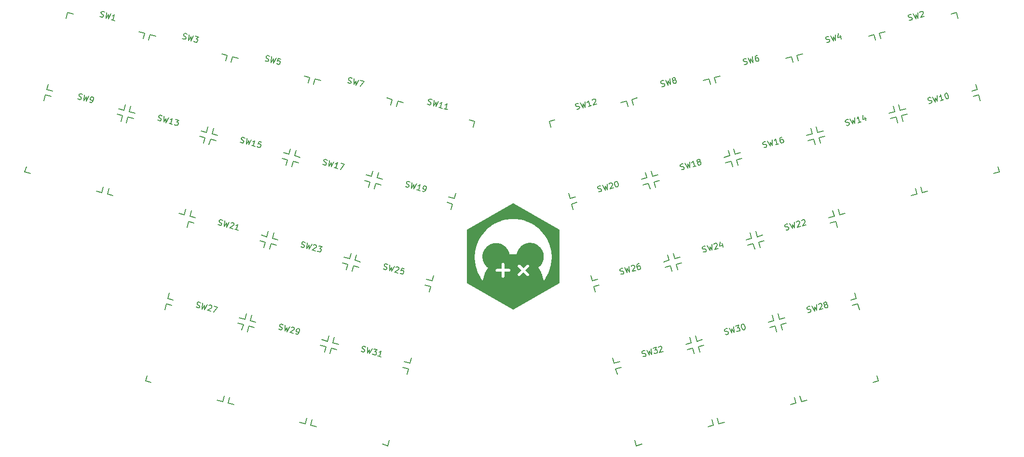
<source format=gbr>
%TF.GenerationSoftware,KiCad,Pcbnew,8.0.0*%
%TF.CreationDate,2024-03-16T16:30:29-05:00*%
%TF.ProjectId,rattlemebones32,72617474-6c65-46d6-9562-6f6e65733332,rev?*%
%TF.SameCoordinates,Original*%
%TF.FileFunction,Legend,Top*%
%TF.FilePolarity,Positive*%
%FSLAX46Y46*%
G04 Gerber Fmt 4.6, Leading zero omitted, Abs format (unit mm)*
G04 Created by KiCad (PCBNEW 8.0.0) date 2024-03-16 16:30:29*
%MOMM*%
%LPD*%
G01*
G04 APERTURE LIST*
%ADD10C,0.000000*%
%ADD11C,0.150000*%
G04 APERTURE END LIST*
D10*
G36*
X161432597Y-35959359D02*
G01*
X161432602Y-45315745D01*
X153329733Y-49993934D01*
X145226874Y-45315748D01*
X145226873Y-40782807D01*
X145226873Y-40782806D01*
X146588056Y-40782806D01*
X146594212Y-41073291D01*
X146612512Y-41360650D01*
X146642708Y-41644635D01*
X146684552Y-41924996D01*
X146737795Y-42201485D01*
X146802184Y-42473852D01*
X146877475Y-42741846D01*
X146963419Y-43005224D01*
X147059764Y-43263732D01*
X147166265Y-43517123D01*
X147282669Y-43765150D01*
X147408731Y-44007560D01*
X147544197Y-44244108D01*
X147688824Y-44474543D01*
X147842360Y-44698616D01*
X148004557Y-44916079D01*
X148027490Y-44757223D01*
X148055029Y-44599894D01*
X148087104Y-44444167D01*
X148123645Y-44290115D01*
X148164576Y-44137805D01*
X148209831Y-43987308D01*
X148259337Y-43838700D01*
X148313024Y-43692048D01*
X148370819Y-43547419D01*
X148432653Y-43404892D01*
X148498453Y-43264535D01*
X148568148Y-43126420D01*
X148596748Y-43073593D01*
X148596749Y-43073591D01*
X150236217Y-43073591D01*
X150236532Y-43086328D01*
X150237466Y-43098902D01*
X150239002Y-43111298D01*
X150241126Y-43123505D01*
X150243827Y-43135502D01*
X150247087Y-43147280D01*
X150250890Y-43158822D01*
X150255224Y-43170114D01*
X150260071Y-43181141D01*
X150265419Y-43191885D01*
X150271253Y-43202336D01*
X150277557Y-43212476D01*
X150284316Y-43222292D01*
X150291517Y-43231767D01*
X150299142Y-43240890D01*
X150307179Y-43249641D01*
X150315613Y-43258008D01*
X150324429Y-43265980D01*
X150333612Y-43273534D01*
X150343146Y-43280662D01*
X150353015Y-43287345D01*
X150363209Y-43293571D01*
X150373709Y-43299325D01*
X150384505Y-43304589D01*
X150395576Y-43309352D01*
X150406910Y-43313598D01*
X150418493Y-43317309D01*
X150430309Y-43320475D01*
X150442343Y-43323080D01*
X150454582Y-43325107D01*
X150467010Y-43326543D01*
X150479612Y-43327372D01*
X150479613Y-43327611D01*
X151285784Y-43327613D01*
X151285784Y-44133783D01*
X151286022Y-44133784D01*
X151286854Y-44146386D01*
X151288288Y-44158814D01*
X151290317Y-44171053D01*
X151292919Y-44183087D01*
X151296086Y-44194903D01*
X151299799Y-44206488D01*
X151304043Y-44217821D01*
X151308807Y-44228894D01*
X151314073Y-44239686D01*
X151319825Y-44250186D01*
X151326049Y-44260382D01*
X151332734Y-44270252D01*
X151339862Y-44279787D01*
X151347418Y-44288967D01*
X151355387Y-44297784D01*
X151363755Y-44306218D01*
X151372508Y-44314255D01*
X151381629Y-44321881D01*
X151391105Y-44329081D01*
X151400921Y-44335841D01*
X151411062Y-44342144D01*
X151421512Y-44347978D01*
X151432258Y-44353325D01*
X151443283Y-44358174D01*
X151454575Y-44362507D01*
X151466117Y-44366311D01*
X151477894Y-44369570D01*
X151489895Y-44372269D01*
X151502098Y-44374395D01*
X151514497Y-44375930D01*
X151527070Y-44376864D01*
X151539805Y-44377179D01*
X151552540Y-44376865D01*
X151565113Y-44375930D01*
X151577512Y-44374396D01*
X151589715Y-44372270D01*
X151601714Y-44369570D01*
X151613494Y-44366310D01*
X151625036Y-44362507D01*
X151636328Y-44358175D01*
X151647353Y-44353325D01*
X151658098Y-44347979D01*
X151668550Y-44342145D01*
X151678688Y-44335840D01*
X151688504Y-44329081D01*
X151697982Y-44321880D01*
X151707103Y-44314255D01*
X151715854Y-44306216D01*
X151724223Y-44297783D01*
X151732192Y-44288967D01*
X151739747Y-44279787D01*
X151746875Y-44270252D01*
X151753558Y-44260381D01*
X151759786Y-44250186D01*
X151765537Y-44239685D01*
X151770804Y-44228892D01*
X151775565Y-44217821D01*
X151779810Y-44206486D01*
X151783523Y-44194904D01*
X151786689Y-44183087D01*
X151789294Y-44171052D01*
X151791321Y-44158814D01*
X151792758Y-44146386D01*
X151793588Y-44133785D01*
X151793826Y-44133784D01*
X151793825Y-43820704D01*
X154123549Y-43820704D01*
X154124054Y-43832577D01*
X154125111Y-43844419D01*
X154126720Y-43856210D01*
X154128882Y-43867931D01*
X154131594Y-43879560D01*
X154134858Y-43891074D01*
X154138674Y-43902452D01*
X154143043Y-43913677D01*
X154147964Y-43924726D01*
X154153435Y-43935576D01*
X154159459Y-43946209D01*
X154166034Y-43956604D01*
X154173160Y-43966736D01*
X154180840Y-43976591D01*
X154189071Y-43986139D01*
X154197855Y-43995366D01*
X154207081Y-44004150D01*
X154216631Y-44012381D01*
X154226486Y-44020061D01*
X154236618Y-44027187D01*
X154247013Y-44033763D01*
X154257644Y-44039787D01*
X154268494Y-44045260D01*
X154279544Y-44050180D01*
X154290767Y-44054548D01*
X154302149Y-44058365D01*
X154313663Y-44061629D01*
X154325289Y-44064342D01*
X154337011Y-44066503D01*
X154348802Y-44068112D01*
X154360645Y-44069169D01*
X154372517Y-44069674D01*
X154384397Y-44069628D01*
X154396266Y-44069029D01*
X154408102Y-44067879D01*
X154419883Y-44066179D01*
X154431588Y-44063924D01*
X154443200Y-44061119D01*
X154454693Y-44057760D01*
X154466048Y-44053852D01*
X154477243Y-44049391D01*
X154488263Y-44044376D01*
X154499077Y-44038813D01*
X154509671Y-44032696D01*
X154520023Y-44026026D01*
X154530110Y-44018807D01*
X154539913Y-44011034D01*
X154549411Y-44002709D01*
X154549452Y-44002749D01*
X154549489Y-44002789D01*
X154549530Y-44002828D01*
X154549569Y-44002867D01*
X155119619Y-43432816D01*
X155682172Y-43995371D01*
X155689671Y-44002870D01*
X155689711Y-44002828D01*
X155689751Y-44002790D01*
X155689832Y-44002711D01*
X155699328Y-44011035D01*
X155709132Y-44018806D01*
X155719220Y-44026028D01*
X155729572Y-44032697D01*
X155740165Y-44038813D01*
X155750980Y-44044377D01*
X155761996Y-44049390D01*
X155773194Y-44053851D01*
X155784549Y-44057760D01*
X155796042Y-44061117D01*
X155807651Y-44063923D01*
X155819358Y-44066177D01*
X155831139Y-44067879D01*
X155842974Y-44069030D01*
X155854844Y-44069627D01*
X155866723Y-44069673D01*
X155878597Y-44069168D01*
X155890439Y-44068111D01*
X155902230Y-44066502D01*
X155913950Y-44064342D01*
X155925578Y-44061628D01*
X155937094Y-44058363D01*
X155948473Y-44054548D01*
X155959699Y-44050179D01*
X155970745Y-44045259D01*
X155981596Y-44039788D01*
X155992230Y-44033765D01*
X156002623Y-44027191D01*
X156012756Y-44020062D01*
X156022610Y-44012382D01*
X156032160Y-44004154D01*
X156041386Y-43995369D01*
X156050169Y-43986142D01*
X156058401Y-43976591D01*
X156066081Y-43966739D01*
X156073208Y-43956606D01*
X156079784Y-43946211D01*
X156085807Y-43935580D01*
X156091280Y-43924726D01*
X156096199Y-43913681D01*
X156100568Y-43902455D01*
X156104384Y-43891074D01*
X156107650Y-43879561D01*
X156110363Y-43867932D01*
X156112524Y-43856212D01*
X156114132Y-43844419D01*
X156115189Y-43832576D01*
X156115695Y-43820706D01*
X156115648Y-43808824D01*
X156115050Y-43796955D01*
X156113899Y-43785119D01*
X156112200Y-43773339D01*
X156109944Y-43761633D01*
X156107138Y-43750021D01*
X156103781Y-43738530D01*
X156099870Y-43727175D01*
X156095410Y-43715980D01*
X156090396Y-43704962D01*
X156084833Y-43694144D01*
X156078716Y-43683551D01*
X156072046Y-43673199D01*
X156064826Y-43663112D01*
X156057054Y-43653309D01*
X156048730Y-43643812D01*
X156048768Y-43643771D01*
X156048810Y-43643732D01*
X156048848Y-43643693D01*
X156048889Y-43643654D01*
X156041386Y-43636153D01*
X155478838Y-43073601D01*
X156041385Y-42511050D01*
X156048889Y-42503550D01*
X156048808Y-42503471D01*
X156048768Y-42503433D01*
X156048729Y-42503391D01*
X156057053Y-42493895D01*
X156064825Y-42484090D01*
X156072045Y-42474004D01*
X156078716Y-42463652D01*
X156084830Y-42453057D01*
X156090396Y-42442240D01*
X156095409Y-42431225D01*
X156099869Y-42420027D01*
X156103778Y-42408673D01*
X156107134Y-42397179D01*
X156109941Y-42385569D01*
X156112195Y-42373864D01*
X156113897Y-42362082D01*
X156115047Y-42350245D01*
X156115647Y-42338377D01*
X156115692Y-42326497D01*
X156115186Y-42314623D01*
X156114129Y-42302782D01*
X156112520Y-42290990D01*
X156110359Y-42279270D01*
X156107647Y-42267643D01*
X156104382Y-42256129D01*
X156100566Y-42244748D01*
X156096197Y-42233523D01*
X156091277Y-42222474D01*
X156085807Y-42211624D01*
X156079781Y-42200991D01*
X156073206Y-42190598D01*
X156066079Y-42180465D01*
X156058398Y-42170613D01*
X156050169Y-42161062D01*
X156041385Y-42151834D01*
X156032160Y-42143051D01*
X156022607Y-42134822D01*
X156012757Y-42127141D01*
X156002622Y-42120012D01*
X155992229Y-42113438D01*
X155981596Y-42107414D01*
X155970744Y-42101942D01*
X155959697Y-42097021D01*
X155948473Y-42092652D01*
X155937093Y-42088836D01*
X155925578Y-42085571D01*
X155913950Y-42082860D01*
X155902230Y-42080697D01*
X155890439Y-42079087D01*
X155878597Y-42078031D01*
X155866724Y-42077526D01*
X155854843Y-42077572D01*
X155842974Y-42078171D01*
X155831139Y-42079321D01*
X155819357Y-42081021D01*
X155807653Y-42083275D01*
X155796041Y-42086080D01*
X155784548Y-42089439D01*
X155773193Y-42093347D01*
X155761996Y-42097808D01*
X155750980Y-42102821D01*
X155740163Y-42108386D01*
X155729570Y-42114501D01*
X155719218Y-42121169D01*
X155709130Y-42128391D01*
X155699327Y-42136161D01*
X155689829Y-42144485D01*
X155689791Y-42144444D01*
X155689751Y-42144407D01*
X155689671Y-42144325D01*
X155682416Y-42151589D01*
X155682301Y-42151705D01*
X155682179Y-42151827D01*
X155119629Y-42714377D01*
X154557077Y-42151824D01*
X154549577Y-42144325D01*
X154549496Y-42144404D01*
X154549458Y-42144442D01*
X154549418Y-42144481D01*
X154539919Y-42136157D01*
X154530115Y-42128386D01*
X154520030Y-42121166D01*
X154509677Y-42114498D01*
X154499084Y-42108380D01*
X154488266Y-42102817D01*
X154477251Y-42097802D01*
X154466054Y-42093341D01*
X154454699Y-42089434D01*
X154443206Y-42086075D01*
X154431596Y-42083269D01*
X154419890Y-42081017D01*
X154408108Y-42079314D01*
X154396273Y-42078165D01*
X154384404Y-42077567D01*
X154372524Y-42077521D01*
X154360651Y-42078026D01*
X154348809Y-42079083D01*
X154337017Y-42080693D01*
X154325298Y-42082855D01*
X154313670Y-42085568D01*
X154302154Y-42088832D01*
X154290774Y-42092649D01*
X154279552Y-42097017D01*
X154268503Y-42101938D01*
X154257651Y-42107411D01*
X154247017Y-42113435D01*
X154236625Y-42120011D01*
X154226493Y-42127139D01*
X154216639Y-42134819D01*
X154207089Y-42143052D01*
X154197862Y-42151834D01*
X154189079Y-42161062D01*
X154180846Y-42170612D01*
X154173167Y-42180465D01*
X154166039Y-42190598D01*
X154159464Y-42200991D01*
X154153441Y-42211624D01*
X154147969Y-42222475D01*
X154143048Y-42233524D01*
X154138679Y-42244750D01*
X154134861Y-42256128D01*
X154131598Y-42267641D01*
X154128886Y-42279268D01*
X154126724Y-42290989D01*
X154125115Y-42302781D01*
X154124059Y-42314623D01*
X154123552Y-42326495D01*
X154123598Y-42338377D01*
X154124195Y-42350246D01*
X154125345Y-42362082D01*
X154127048Y-42373862D01*
X154129301Y-42385568D01*
X154132107Y-42397178D01*
X154135465Y-42408671D01*
X154139372Y-42420027D01*
X154143834Y-42431223D01*
X154148847Y-42442242D01*
X154154411Y-42453054D01*
X154160527Y-42463649D01*
X154167197Y-42474001D01*
X154174416Y-42484087D01*
X154182188Y-42493892D01*
X154190511Y-42503389D01*
X154190431Y-42503471D01*
X154190352Y-42503549D01*
X154197855Y-42511048D01*
X154760405Y-43073603D01*
X154190353Y-43643652D01*
X154190432Y-43643731D01*
X154190473Y-43643770D01*
X154190511Y-43643810D01*
X154182187Y-43653307D01*
X154174415Y-43663110D01*
X154167197Y-43673198D01*
X154160527Y-43683549D01*
X154154410Y-43694143D01*
X154148846Y-43704959D01*
X154143832Y-43715976D01*
X154139371Y-43727173D01*
X154135463Y-43738527D01*
X154132105Y-43750023D01*
X154129300Y-43761632D01*
X154127045Y-43773338D01*
X154125343Y-43785119D01*
X154124193Y-43796954D01*
X154123596Y-43808824D01*
X154123549Y-43820704D01*
X151793825Y-43820704D01*
X151793825Y-43820703D01*
X151793826Y-43327612D01*
X152599998Y-43327611D01*
X152599999Y-43327372D01*
X152612602Y-43326544D01*
X152625028Y-43325107D01*
X152637266Y-43323081D01*
X152649302Y-43320475D01*
X152661119Y-43317310D01*
X152672700Y-43313597D01*
X152684034Y-43309352D01*
X152695107Y-43304588D01*
X152705901Y-43299324D01*
X152716402Y-43293571D01*
X152726596Y-43287344D01*
X152736467Y-43280661D01*
X152745999Y-43273534D01*
X152755184Y-43265979D01*
X152763999Y-43258008D01*
X152772432Y-43249640D01*
X152780469Y-43240887D01*
X152788095Y-43231767D01*
X152795297Y-43222290D01*
X152802055Y-43212474D01*
X152808359Y-43202334D01*
X152814193Y-43191883D01*
X152819539Y-43181139D01*
X152824389Y-43170112D01*
X152828723Y-43158821D01*
X152832525Y-43147279D01*
X152835785Y-43135501D01*
X152838484Y-43123502D01*
X152840609Y-43111296D01*
X152842147Y-43098900D01*
X152843079Y-43086327D01*
X152843393Y-43073589D01*
X152843079Y-43060854D01*
X152842145Y-43048280D01*
X152840608Y-43035884D01*
X152838485Y-43023678D01*
X152835782Y-43011679D01*
X152832525Y-42999900D01*
X152828722Y-42988359D01*
X152824389Y-42977067D01*
X152819540Y-42966042D01*
X152814193Y-42955296D01*
X152808359Y-42944845D01*
X152802055Y-42934707D01*
X152795294Y-42924891D01*
X152788096Y-42915413D01*
X152780468Y-42906293D01*
X152772431Y-42897540D01*
X152763998Y-42889173D01*
X152755183Y-42881202D01*
X152746000Y-42873648D01*
X152736467Y-42866521D01*
X152726595Y-42859838D01*
X152716403Y-42853611D01*
X152705901Y-42847858D01*
X152695106Y-42842594D01*
X152684035Y-42837832D01*
X152672701Y-42833586D01*
X152661118Y-42829872D01*
X152649301Y-42826706D01*
X152637267Y-42824104D01*
X152625029Y-42822075D01*
X152612600Y-42820639D01*
X152599999Y-42819809D01*
X152599998Y-42819569D01*
X152589711Y-42819572D01*
X151793829Y-42819572D01*
X151793829Y-42013399D01*
X151793588Y-42013399D01*
X151792758Y-42000796D01*
X151791323Y-41988368D01*
X151789296Y-41976129D01*
X151786691Y-41964094D01*
X151783526Y-41952278D01*
X151779813Y-41940695D01*
X151775569Y-41929360D01*
X151770806Y-41918289D01*
X151765541Y-41907494D01*
X151759786Y-41896994D01*
X151753562Y-41886801D01*
X151746876Y-41876930D01*
X151739749Y-41867395D01*
X151732194Y-41858215D01*
X151724225Y-41849399D01*
X151715856Y-41840963D01*
X151707104Y-41832926D01*
X151697982Y-41825301D01*
X151688507Y-41818100D01*
X151678691Y-41811341D01*
X151668550Y-41805036D01*
X151658101Y-41799203D01*
X151647354Y-41793855D01*
X151636327Y-41789008D01*
X151625037Y-41784676D01*
X151613493Y-41780872D01*
X151601718Y-41777612D01*
X151589717Y-41774913D01*
X151577513Y-41772787D01*
X151565115Y-41771251D01*
X151552540Y-41770318D01*
X151539806Y-41770003D01*
X151527070Y-41770319D01*
X151514497Y-41771251D01*
X151502100Y-41772786D01*
X151489895Y-41774913D01*
X151477895Y-41777612D01*
X151466117Y-41780870D01*
X151454575Y-41784676D01*
X151443284Y-41789007D01*
X151432259Y-41793857D01*
X151421513Y-41799205D01*
X151411062Y-41805037D01*
X151400922Y-41811341D01*
X151391106Y-41818100D01*
X151381631Y-41825300D01*
X151372509Y-41832928D01*
X151363756Y-41840964D01*
X151355388Y-41849399D01*
X151347420Y-41858214D01*
X151339863Y-41867396D01*
X151332736Y-41876930D01*
X151326053Y-41886802D01*
X151319825Y-41896993D01*
X151314073Y-41907494D01*
X151308809Y-41918289D01*
X151304044Y-41929363D01*
X151299801Y-41940694D01*
X151296086Y-41952278D01*
X151292921Y-41964094D01*
X151290317Y-41976128D01*
X151288290Y-41988369D01*
X151286852Y-42000796D01*
X151286024Y-42013399D01*
X151285784Y-42013398D01*
X151285784Y-42819572D01*
X150479612Y-42819572D01*
X150479613Y-42819808D01*
X150467011Y-42820639D01*
X150454582Y-42822074D01*
X150442342Y-42824102D01*
X150430308Y-42826706D01*
X150418491Y-42829872D01*
X150406910Y-42833586D01*
X150395575Y-42837830D01*
X150384504Y-42842593D01*
X150373710Y-42847858D01*
X150363208Y-42853611D01*
X150353015Y-42859835D01*
X150343145Y-42866520D01*
X150333611Y-42873648D01*
X150324428Y-42881202D01*
X150315612Y-42889172D01*
X150307178Y-42897541D01*
X150299143Y-42906293D01*
X150291515Y-42915417D01*
X150284315Y-42924890D01*
X150277555Y-42934707D01*
X150271252Y-42944847D01*
X150265419Y-42955300D01*
X150260070Y-42966043D01*
X150255223Y-42977068D01*
X150250890Y-42988362D01*
X150247085Y-42999903D01*
X150243826Y-43011681D01*
X150241127Y-43023679D01*
X150239002Y-43035886D01*
X150237465Y-43048283D01*
X150236531Y-43060857D01*
X150236217Y-43073591D01*
X148596749Y-43073591D01*
X148641671Y-42990615D01*
X148718947Y-42857193D01*
X148799904Y-42726226D01*
X148884475Y-42597783D01*
X148777566Y-42512405D01*
X148675740Y-42421206D01*
X148579239Y-42324441D01*
X148488317Y-42222360D01*
X148403229Y-42115213D01*
X148324221Y-42003251D01*
X148251547Y-41886725D01*
X148185457Y-41765889D01*
X148126203Y-41640990D01*
X148074033Y-41512279D01*
X148029201Y-41380009D01*
X147991957Y-41244433D01*
X147962552Y-41105799D01*
X147941241Y-40964358D01*
X147928267Y-40820363D01*
X147923887Y-40674064D01*
X147923887Y-40674063D01*
X147923886Y-40674065D01*
X147923883Y-40674065D01*
X147927020Y-40550258D01*
X147936320Y-40428070D01*
X147951637Y-40307650D01*
X147972816Y-40189154D01*
X147999708Y-40072732D01*
X148032159Y-39958532D01*
X148070023Y-39846711D01*
X148113140Y-39737416D01*
X148161364Y-39630804D01*
X148214543Y-39527020D01*
X148272523Y-39426220D01*
X148335156Y-39328552D01*
X148402285Y-39234174D01*
X148473763Y-39143232D01*
X148549437Y-39055881D01*
X148629155Y-38972270D01*
X148712764Y-38892552D01*
X148800118Y-38816878D01*
X148891059Y-38745400D01*
X148985438Y-38678270D01*
X149083103Y-38615638D01*
X149183903Y-38557659D01*
X149287687Y-38504479D01*
X149394301Y-38456254D01*
X149503594Y-38413136D01*
X149615416Y-38375275D01*
X149729615Y-38342823D01*
X149846039Y-38315931D01*
X149964535Y-38294750D01*
X150084954Y-38279434D01*
X150207141Y-38270133D01*
X150330950Y-38266999D01*
X150442189Y-38269529D01*
X150552139Y-38277041D01*
X150660684Y-38289431D01*
X150767718Y-38306583D01*
X150873131Y-38328393D01*
X150976811Y-38354747D01*
X151078650Y-38385538D01*
X151178539Y-38420654D01*
X151276368Y-38459986D01*
X151372025Y-38503425D01*
X151465403Y-38550860D01*
X151556388Y-38602185D01*
X151644874Y-38657285D01*
X151730752Y-38716053D01*
X151813912Y-38778377D01*
X151894240Y-38844151D01*
X151971630Y-38913261D01*
X152045974Y-38985602D01*
X152117157Y-39061058D01*
X152185073Y-39139525D01*
X152249609Y-39220894D01*
X152310659Y-39305048D01*
X152368111Y-39391883D01*
X152421857Y-39481289D01*
X152471783Y-39573154D01*
X152517786Y-39667369D01*
X152559750Y-39763824D01*
X152597568Y-39862413D01*
X152631131Y-39963020D01*
X152660327Y-40065538D01*
X152685050Y-40169858D01*
X152705185Y-40275870D01*
X152782186Y-40267500D01*
X152859508Y-40260221D01*
X152937141Y-40254038D01*
X153015082Y-40248964D01*
X153093320Y-40245003D01*
X153171846Y-40242163D01*
X153250654Y-40240455D01*
X153329736Y-40239883D01*
X153329737Y-40239884D01*
X153403481Y-40240381D01*
X153476989Y-40241866D01*
X153550251Y-40244338D01*
X153623265Y-40247784D01*
X153696022Y-40252201D01*
X153768516Y-40257579D01*
X153840739Y-40263919D01*
X153912686Y-40271209D01*
X153931634Y-40163731D01*
X153955284Y-40057946D01*
X153983526Y-39953964D01*
X154016242Y-39851901D01*
X154053324Y-39751864D01*
X154094657Y-39653971D01*
X154140130Y-39558333D01*
X154189630Y-39465065D01*
X154243042Y-39374277D01*
X154300254Y-39286082D01*
X154361156Y-39200595D01*
X154425631Y-39117928D01*
X154493567Y-39038193D01*
X154564853Y-38961502D01*
X154639375Y-38887972D01*
X154717021Y-38817709D01*
X154797674Y-38750831D01*
X154881228Y-38687451D01*
X154967567Y-38627681D01*
X155056575Y-38571632D01*
X155148144Y-38519420D01*
X155242158Y-38471155D01*
X155338506Y-38426953D01*
X155437074Y-38386922D01*
X155537751Y-38351180D01*
X155640421Y-38319836D01*
X155744973Y-38293006D01*
X155851294Y-38270799D01*
X155959273Y-38253331D01*
X156068793Y-38240716D01*
X156179745Y-38233062D01*
X156292014Y-38230487D01*
X156415819Y-38233620D01*
X156538009Y-38242920D01*
X156658427Y-38258237D01*
X156776924Y-38279416D01*
X156893347Y-38306309D01*
X157007547Y-38338762D01*
X157119367Y-38376624D01*
X157228662Y-38419741D01*
X157335278Y-38467965D01*
X157439060Y-38521144D01*
X157539860Y-38579123D01*
X157637524Y-38641755D01*
X157731904Y-38708885D01*
X157822846Y-38780363D01*
X157910197Y-38856040D01*
X157993808Y-38935757D01*
X158073525Y-39019368D01*
X158149201Y-39106720D01*
X158220679Y-39197661D01*
X158287808Y-39292039D01*
X158350440Y-39389705D01*
X158408420Y-39490504D01*
X158461597Y-39594288D01*
X158509821Y-39700902D01*
X158552941Y-39810196D01*
X158590802Y-39922018D01*
X158623255Y-40036217D01*
X158650147Y-40152639D01*
X158671326Y-40271138D01*
X158686643Y-40391556D01*
X158695943Y-40513743D01*
X158699078Y-40637552D01*
X158694735Y-40783223D01*
X158681873Y-40926612D01*
X158660741Y-41067471D01*
X158631584Y-41205550D01*
X158594650Y-41340604D01*
X158550190Y-41472382D01*
X158498445Y-41600639D01*
X158439670Y-41725125D01*
X158374111Y-41845594D01*
X158302015Y-41961798D01*
X158223628Y-42073489D01*
X158139202Y-42180416D01*
X158048981Y-42282335D01*
X157953216Y-42378999D01*
X157852151Y-42470158D01*
X157746036Y-42555564D01*
X157833542Y-42685834D01*
X157917304Y-42818757D01*
X157997254Y-42954260D01*
X158073311Y-43092268D01*
X158145401Y-43232701D01*
X158213447Y-43375485D01*
X158277374Y-43520549D01*
X158337107Y-43667812D01*
X158392571Y-43817199D01*
X158443691Y-43968640D01*
X158490389Y-44122051D01*
X158532589Y-44277362D01*
X158570217Y-44434496D01*
X158603200Y-44593378D01*
X158631459Y-44753931D01*
X158654919Y-44916081D01*
X158817117Y-44698620D01*
X158970653Y-44474546D01*
X159115279Y-44244112D01*
X159250746Y-44007562D01*
X159376807Y-43765152D01*
X159493211Y-43517127D01*
X159599711Y-43263736D01*
X159696057Y-43005226D01*
X159782001Y-42741849D01*
X159857291Y-42473853D01*
X159921682Y-42201486D01*
X159974923Y-41924999D01*
X160016768Y-41644637D01*
X160046962Y-41360653D01*
X160065262Y-41073292D01*
X160071420Y-40782806D01*
X160062642Y-40436050D01*
X160036591Y-40093826D01*
X159993694Y-39756559D01*
X159934373Y-39424673D01*
X159859054Y-39098596D01*
X159768162Y-38778749D01*
X159662121Y-38465560D01*
X159541355Y-38159450D01*
X159406288Y-37860845D01*
X159257349Y-37570171D01*
X159094956Y-37287854D01*
X158919540Y-37014313D01*
X158731521Y-36749976D01*
X158531326Y-36495268D01*
X158319379Y-36250615D01*
X158096107Y-36016438D01*
X157861930Y-35793164D01*
X157617277Y-35581218D01*
X157362569Y-35381024D01*
X157098232Y-35193006D01*
X156824691Y-35017588D01*
X156542372Y-34855197D01*
X156251700Y-34706255D01*
X155953093Y-34571192D01*
X155646986Y-34450424D01*
X155333796Y-34344382D01*
X155013948Y-34253490D01*
X154687871Y-34178170D01*
X154355986Y-34118852D01*
X154018719Y-34075955D01*
X153676496Y-34049902D01*
X153329738Y-34041124D01*
X152982983Y-34049903D01*
X152640758Y-34075953D01*
X152303491Y-34118852D01*
X151971604Y-34178171D01*
X151645528Y-34253489D01*
X151325682Y-34344384D01*
X151012490Y-34450424D01*
X150706380Y-34571189D01*
X150407776Y-34706256D01*
X150117103Y-34855197D01*
X149834785Y-35017588D01*
X149561244Y-35193006D01*
X149296908Y-35381023D01*
X149042199Y-35581218D01*
X148797546Y-35793163D01*
X148563369Y-36016440D01*
X148340097Y-36250616D01*
X148128149Y-36495268D01*
X147927955Y-36749975D01*
X147739937Y-37014311D01*
X147564517Y-37287853D01*
X147402127Y-37570172D01*
X147253186Y-37860847D01*
X147118121Y-38159450D01*
X146997355Y-38465560D01*
X146891314Y-38778751D01*
X146800422Y-39098596D01*
X146725103Y-39424674D01*
X146665781Y-39756558D01*
X146622884Y-40093827D01*
X146596835Y-40436051D01*
X146588056Y-40782806D01*
X145226873Y-40782806D01*
X145226871Y-35959362D01*
X153329739Y-31281173D01*
X161432597Y-35959359D01*
G37*
D11*
X101551500Y-35028247D02*
X101677164Y-35111218D01*
X101677164Y-35111218D02*
X101907147Y-35172841D01*
X101907147Y-35172841D02*
X102011464Y-35151494D01*
X102011464Y-35151494D02*
X102069785Y-35117823D01*
X102069785Y-35117823D02*
X102140431Y-35038154D01*
X102140431Y-35038154D02*
X102165081Y-34946162D01*
X102165081Y-34946162D02*
X102143734Y-34841844D01*
X102143734Y-34841844D02*
X102110062Y-34783523D01*
X102110062Y-34783523D02*
X102030394Y-34712877D01*
X102030394Y-34712877D02*
X101858733Y-34617581D01*
X101858733Y-34617581D02*
X101779064Y-34546936D01*
X101779064Y-34546936D02*
X101745393Y-34488614D01*
X101745393Y-34488614D02*
X101724046Y-34384297D01*
X101724046Y-34384297D02*
X101748695Y-34292304D01*
X101748695Y-34292304D02*
X101819341Y-34212636D01*
X101819341Y-34212636D02*
X101877662Y-34178964D01*
X101877662Y-34178964D02*
X101981980Y-34157617D01*
X101981980Y-34157617D02*
X102211962Y-34219240D01*
X102211962Y-34219240D02*
X102337627Y-34302211D01*
X102671927Y-34342488D02*
X102643090Y-35370037D01*
X102643090Y-35370037D02*
X103011947Y-34729389D01*
X103011947Y-34729389D02*
X103011062Y-35468635D01*
X103011062Y-35468635D02*
X103499863Y-34564332D01*
X103797189Y-34742598D02*
X103855510Y-34708927D01*
X103855510Y-34708927D02*
X103959828Y-34687580D01*
X103959828Y-34687580D02*
X104189810Y-34749203D01*
X104189810Y-34749203D02*
X104269478Y-34819849D01*
X104269478Y-34819849D02*
X104303150Y-34878170D01*
X104303150Y-34878170D02*
X104324497Y-34982488D01*
X104324497Y-34982488D02*
X104299848Y-35074481D01*
X104299848Y-35074481D02*
X104216877Y-35200146D01*
X104216877Y-35200146D02*
X103517023Y-35604207D01*
X103517023Y-35604207D02*
X104114977Y-35764428D01*
X105034906Y-36010922D02*
X104482949Y-35863026D01*
X104758928Y-35936974D02*
X105017747Y-34971048D01*
X105017747Y-34971048D02*
X104888780Y-35084388D01*
X104888780Y-35084388D02*
X104772137Y-35151732D01*
X104772137Y-35151732D02*
X104667820Y-35173079D01*
X95287149Y-2291433D02*
X95412813Y-2374403D01*
X95412813Y-2374403D02*
X95642796Y-2436027D01*
X95642796Y-2436027D02*
X95747113Y-2414680D01*
X95747113Y-2414680D02*
X95805435Y-2381008D01*
X95805435Y-2381008D02*
X95876081Y-2301340D01*
X95876081Y-2301340D02*
X95900730Y-2209347D01*
X95900730Y-2209347D02*
X95879383Y-2105029D01*
X95879383Y-2105029D02*
X95845711Y-2046708D01*
X95845711Y-2046708D02*
X95766043Y-1976062D01*
X95766043Y-1976062D02*
X95594382Y-1880767D01*
X95594382Y-1880767D02*
X95514714Y-1810121D01*
X95514714Y-1810121D02*
X95481042Y-1751800D01*
X95481042Y-1751800D02*
X95459695Y-1647482D01*
X95459695Y-1647482D02*
X95484344Y-1555489D01*
X95484344Y-1555489D02*
X95554990Y-1475821D01*
X95554990Y-1475821D02*
X95613311Y-1442149D01*
X95613311Y-1442149D02*
X95717629Y-1420802D01*
X95717629Y-1420802D02*
X95947611Y-1482426D01*
X95947611Y-1482426D02*
X96073276Y-1565396D01*
X96407576Y-1605673D02*
X96378739Y-2633222D01*
X96378739Y-2633222D02*
X96747596Y-1992574D01*
X96747596Y-1992574D02*
X96746711Y-2731820D01*
X96746711Y-2731820D02*
X97235512Y-1827518D01*
X97511491Y-1901466D02*
X98109445Y-2061687D01*
X98109445Y-2061687D02*
X97688872Y-2343386D01*
X97688872Y-2343386D02*
X97826862Y-2380360D01*
X97826862Y-2380360D02*
X97906530Y-2451006D01*
X97906530Y-2451006D02*
X97940202Y-2509327D01*
X97940202Y-2509327D02*
X97961549Y-2613645D01*
X97961549Y-2613645D02*
X97899925Y-2843627D01*
X97899925Y-2843627D02*
X97829279Y-2923295D01*
X97829279Y-2923295D02*
X97770958Y-2956967D01*
X97770958Y-2956967D02*
X97666640Y-2978314D01*
X97666640Y-2978314D02*
X97390662Y-2904366D01*
X97390662Y-2904366D02*
X97310993Y-2833720D01*
X97310993Y-2833720D02*
X97277322Y-2775399D01*
X205091591Y-50453811D02*
X205241905Y-50462833D01*
X205241905Y-50462833D02*
X205471887Y-50401209D01*
X205471887Y-50401209D02*
X205551556Y-50330564D01*
X205551556Y-50330564D02*
X205585227Y-50272242D01*
X205585227Y-50272242D02*
X205606574Y-50167925D01*
X205606574Y-50167925D02*
X205581925Y-50075932D01*
X205581925Y-50075932D02*
X205511279Y-49996264D01*
X205511279Y-49996264D02*
X205452958Y-49962592D01*
X205452958Y-49962592D02*
X205348640Y-49941245D01*
X205348640Y-49941245D02*
X205152330Y-49944547D01*
X205152330Y-49944547D02*
X205048012Y-49923200D01*
X205048012Y-49923200D02*
X204989691Y-49889528D01*
X204989691Y-49889528D02*
X204919045Y-49809860D01*
X204919045Y-49809860D02*
X204894395Y-49717867D01*
X204894395Y-49717867D02*
X204915742Y-49613550D01*
X204915742Y-49613550D02*
X204949414Y-49555228D01*
X204949414Y-49555228D02*
X205029082Y-49484582D01*
X205029082Y-49484582D02*
X205259065Y-49422959D01*
X205259065Y-49422959D02*
X205409379Y-49431981D01*
X205719029Y-49299712D02*
X206207831Y-50204014D01*
X206207831Y-50204014D02*
X206206946Y-49464768D01*
X206206946Y-49464768D02*
X206575803Y-50105416D01*
X206575803Y-50105416D02*
X206546966Y-49077867D01*
X206893590Y-49083587D02*
X206927262Y-49025266D01*
X206927262Y-49025266D02*
X207006930Y-48954620D01*
X207006930Y-48954620D02*
X207236913Y-48892996D01*
X207236913Y-48892996D02*
X207341230Y-48914343D01*
X207341230Y-48914343D02*
X207399552Y-48948015D01*
X207399552Y-48948015D02*
X207470197Y-49027683D01*
X207470197Y-49027683D02*
X207494847Y-49119676D01*
X207494847Y-49119676D02*
X207485825Y-49269990D01*
X207485825Y-49269990D02*
X207081764Y-49969844D01*
X207081764Y-49969844D02*
X207679718Y-49809623D01*
X208083779Y-49109769D02*
X207979461Y-49088422D01*
X207979461Y-49088422D02*
X207921140Y-49054750D01*
X207921140Y-49054750D02*
X207850494Y-48975082D01*
X207850494Y-48975082D02*
X207838169Y-48929085D01*
X207838169Y-48929085D02*
X207859516Y-48824768D01*
X207859516Y-48824768D02*
X207893188Y-48766447D01*
X207893188Y-48766447D02*
X207972856Y-48695801D01*
X207972856Y-48695801D02*
X208156842Y-48646502D01*
X208156842Y-48646502D02*
X208261160Y-48667849D01*
X208261160Y-48667849D02*
X208319481Y-48701521D01*
X208319481Y-48701521D02*
X208390127Y-48781189D01*
X208390127Y-48781189D02*
X208402452Y-48827185D01*
X208402452Y-48827185D02*
X208381105Y-48931503D01*
X208381105Y-48931503D02*
X208347433Y-48989824D01*
X208347433Y-48989824D02*
X208267765Y-49060470D01*
X208267765Y-49060470D02*
X208083779Y-49109769D01*
X208083779Y-49109769D02*
X208004111Y-49180415D01*
X208004111Y-49180415D02*
X207970439Y-49238736D01*
X207970439Y-49238736D02*
X207949092Y-49343054D01*
X207949092Y-49343054D02*
X207998391Y-49527039D01*
X207998391Y-49527039D02*
X208069036Y-49606708D01*
X208069036Y-49606708D02*
X208127358Y-49640379D01*
X208127358Y-49640379D02*
X208231675Y-49661726D01*
X208231675Y-49661726D02*
X208415661Y-49612428D01*
X208415661Y-49612428D02*
X208495329Y-49541782D01*
X208495329Y-49541782D02*
X208529001Y-49483461D01*
X208529001Y-49483461D02*
X208550348Y-49379143D01*
X208550348Y-49379143D02*
X208501049Y-49195157D01*
X208501049Y-49195157D02*
X208430403Y-49115489D01*
X208430403Y-49115489D02*
X208372082Y-49081817D01*
X208372082Y-49081817D02*
X208267765Y-49060470D01*
X197327017Y-21476037D02*
X197477331Y-21485059D01*
X197477331Y-21485059D02*
X197707313Y-21423435D01*
X197707313Y-21423435D02*
X197786982Y-21352790D01*
X197786982Y-21352790D02*
X197820653Y-21294468D01*
X197820653Y-21294468D02*
X197842000Y-21190151D01*
X197842000Y-21190151D02*
X197817351Y-21098158D01*
X197817351Y-21098158D02*
X197746705Y-21018490D01*
X197746705Y-21018490D02*
X197688384Y-20984818D01*
X197688384Y-20984818D02*
X197584066Y-20963471D01*
X197584066Y-20963471D02*
X197387756Y-20966773D01*
X197387756Y-20966773D02*
X197283438Y-20945426D01*
X197283438Y-20945426D02*
X197225117Y-20911754D01*
X197225117Y-20911754D02*
X197154471Y-20832086D01*
X197154471Y-20832086D02*
X197129821Y-20740093D01*
X197129821Y-20740093D02*
X197151168Y-20635776D01*
X197151168Y-20635776D02*
X197184840Y-20577454D01*
X197184840Y-20577454D02*
X197264508Y-20506808D01*
X197264508Y-20506808D02*
X197494491Y-20445185D01*
X197494491Y-20445185D02*
X197644805Y-20454207D01*
X197954455Y-20321938D02*
X198443257Y-21226240D01*
X198443257Y-21226240D02*
X198442372Y-20486994D01*
X198442372Y-20486994D02*
X198811229Y-21127642D01*
X198811229Y-21127642D02*
X198782392Y-20100093D01*
X199915144Y-20831849D02*
X199363186Y-20979746D01*
X199639165Y-20905797D02*
X199380346Y-19939872D01*
X199380346Y-19939872D02*
X199325327Y-20102510D01*
X199325327Y-20102510D02*
X199257984Y-20219153D01*
X199257984Y-20219153D02*
X199178315Y-20289799D01*
X200484261Y-19644078D02*
X200300275Y-19693377D01*
X200300275Y-19693377D02*
X200220607Y-19764023D01*
X200220607Y-19764023D02*
X200186935Y-19822344D01*
X200186935Y-19822344D02*
X200131916Y-19984983D01*
X200131916Y-19984983D02*
X200135219Y-20181294D01*
X200135219Y-20181294D02*
X200233817Y-20549265D01*
X200233817Y-20549265D02*
X200304462Y-20628934D01*
X200304462Y-20628934D02*
X200362784Y-20662605D01*
X200362784Y-20662605D02*
X200467101Y-20683952D01*
X200467101Y-20683952D02*
X200651087Y-20634654D01*
X200651087Y-20634654D02*
X200730755Y-20564008D01*
X200730755Y-20564008D02*
X200764427Y-20505687D01*
X200764427Y-20505687D02*
X200785774Y-20401369D01*
X200785774Y-20401369D02*
X200724151Y-20171387D01*
X200724151Y-20171387D02*
X200653505Y-20091718D01*
X200653505Y-20091718D02*
X200595184Y-20058047D01*
X200595184Y-20058047D02*
X200490866Y-20036700D01*
X200490866Y-20036700D02*
X200306880Y-20085998D01*
X200306880Y-20085998D02*
X200227212Y-20156644D01*
X200227212Y-20156644D02*
X200193540Y-20214965D01*
X200193540Y-20214965D02*
X200172193Y-20319283D01*
X124264926Y-10056004D02*
X124390590Y-10138974D01*
X124390590Y-10138974D02*
X124620573Y-10200598D01*
X124620573Y-10200598D02*
X124724890Y-10179251D01*
X124724890Y-10179251D02*
X124783212Y-10145579D01*
X124783212Y-10145579D02*
X124853858Y-10065911D01*
X124853858Y-10065911D02*
X124878507Y-9973918D01*
X124878507Y-9973918D02*
X124857160Y-9869600D01*
X124857160Y-9869600D02*
X124823488Y-9811279D01*
X124823488Y-9811279D02*
X124743820Y-9740633D01*
X124743820Y-9740633D02*
X124572159Y-9645338D01*
X124572159Y-9645338D02*
X124492491Y-9574692D01*
X124492491Y-9574692D02*
X124458819Y-9516371D01*
X124458819Y-9516371D02*
X124437472Y-9412053D01*
X124437472Y-9412053D02*
X124462121Y-9320060D01*
X124462121Y-9320060D02*
X124532767Y-9240392D01*
X124532767Y-9240392D02*
X124591088Y-9206720D01*
X124591088Y-9206720D02*
X124695406Y-9185373D01*
X124695406Y-9185373D02*
X124925388Y-9246997D01*
X124925388Y-9246997D02*
X125051053Y-9329967D01*
X125385353Y-9370244D02*
X125356516Y-10397793D01*
X125356516Y-10397793D02*
X125725373Y-9757145D01*
X125725373Y-9757145D02*
X125724488Y-10496391D01*
X125724488Y-10496391D02*
X126213289Y-9592089D01*
X126489268Y-9666037D02*
X127133219Y-9838583D01*
X127133219Y-9838583D02*
X126460431Y-10693586D01*
X138293848Y-13815042D02*
X138419512Y-13898013D01*
X138419512Y-13898013D02*
X138649495Y-13959636D01*
X138649495Y-13959636D02*
X138753812Y-13938289D01*
X138753812Y-13938289D02*
X138812133Y-13904618D01*
X138812133Y-13904618D02*
X138882779Y-13824949D01*
X138882779Y-13824949D02*
X138907429Y-13732957D01*
X138907429Y-13732957D02*
X138886082Y-13628639D01*
X138886082Y-13628639D02*
X138852410Y-13570318D01*
X138852410Y-13570318D02*
X138772742Y-13499672D01*
X138772742Y-13499672D02*
X138601081Y-13404376D01*
X138601081Y-13404376D02*
X138521412Y-13333731D01*
X138521412Y-13333731D02*
X138487741Y-13275409D01*
X138487741Y-13275409D02*
X138466394Y-13171092D01*
X138466394Y-13171092D02*
X138491043Y-13079099D01*
X138491043Y-13079099D02*
X138561689Y-12999431D01*
X138561689Y-12999431D02*
X138620010Y-12965759D01*
X138620010Y-12965759D02*
X138724328Y-12944412D01*
X138724328Y-12944412D02*
X138954310Y-13006035D01*
X138954310Y-13006035D02*
X139079975Y-13089006D01*
X139414275Y-13129283D02*
X139385438Y-14156832D01*
X139385438Y-14156832D02*
X139754295Y-13516184D01*
X139754295Y-13516184D02*
X139753410Y-14255430D01*
X139753410Y-14255430D02*
X140242211Y-13351127D01*
X140857325Y-14551223D02*
X140305367Y-14403326D01*
X140581346Y-14477275D02*
X140840165Y-13511349D01*
X140840165Y-13511349D02*
X140711198Y-13624689D01*
X140711198Y-13624689D02*
X140594556Y-13692032D01*
X140594556Y-13692032D02*
X140490238Y-13713379D01*
X141777254Y-14797717D02*
X141225297Y-14649821D01*
X141501276Y-14723769D02*
X141760095Y-13757843D01*
X141760095Y-13757843D02*
X141631128Y-13871183D01*
X141631128Y-13871183D02*
X141514485Y-13938527D01*
X141514485Y-13938527D02*
X141410168Y-13959874D01*
X97669219Y-49517132D02*
X97794883Y-49600103D01*
X97794883Y-49600103D02*
X98024866Y-49661726D01*
X98024866Y-49661726D02*
X98129183Y-49640379D01*
X98129183Y-49640379D02*
X98187504Y-49606708D01*
X98187504Y-49606708D02*
X98258150Y-49527039D01*
X98258150Y-49527039D02*
X98282800Y-49435047D01*
X98282800Y-49435047D02*
X98261453Y-49330729D01*
X98261453Y-49330729D02*
X98227781Y-49272408D01*
X98227781Y-49272408D02*
X98148113Y-49201762D01*
X98148113Y-49201762D02*
X97976452Y-49106466D01*
X97976452Y-49106466D02*
X97896783Y-49035821D01*
X97896783Y-49035821D02*
X97863112Y-48977499D01*
X97863112Y-48977499D02*
X97841765Y-48873182D01*
X97841765Y-48873182D02*
X97866414Y-48781189D01*
X97866414Y-48781189D02*
X97937060Y-48701521D01*
X97937060Y-48701521D02*
X97995381Y-48667849D01*
X97995381Y-48667849D02*
X98099699Y-48646502D01*
X98099699Y-48646502D02*
X98329681Y-48708125D01*
X98329681Y-48708125D02*
X98455346Y-48791096D01*
X98789646Y-48831373D02*
X98760809Y-49858922D01*
X98760809Y-49858922D02*
X99129666Y-49218274D01*
X99129666Y-49218274D02*
X99128781Y-49957520D01*
X99128781Y-49957520D02*
X99617582Y-49053217D01*
X99914908Y-49231483D02*
X99973229Y-49197812D01*
X99973229Y-49197812D02*
X100077547Y-49176465D01*
X100077547Y-49176465D02*
X100307529Y-49238088D01*
X100307529Y-49238088D02*
X100387197Y-49308734D01*
X100387197Y-49308734D02*
X100420869Y-49367055D01*
X100420869Y-49367055D02*
X100442216Y-49471373D01*
X100442216Y-49471373D02*
X100417567Y-49563366D01*
X100417567Y-49563366D02*
X100334596Y-49689031D01*
X100334596Y-49689031D02*
X99634742Y-50093092D01*
X99634742Y-50093092D02*
X100232696Y-50253313D01*
X100813490Y-49373660D02*
X101457441Y-49546206D01*
X101457441Y-49546206D02*
X100784654Y-50401209D01*
X193904696Y-6863901D02*
X194055010Y-6872924D01*
X194055010Y-6872924D02*
X194284992Y-6811300D01*
X194284992Y-6811300D02*
X194364661Y-6740654D01*
X194364661Y-6740654D02*
X194398332Y-6682333D01*
X194398332Y-6682333D02*
X194419679Y-6578015D01*
X194419679Y-6578015D02*
X194395030Y-6486022D01*
X194395030Y-6486022D02*
X194324384Y-6406354D01*
X194324384Y-6406354D02*
X194266063Y-6372683D01*
X194266063Y-6372683D02*
X194161745Y-6351335D01*
X194161745Y-6351335D02*
X193965435Y-6354638D01*
X193965435Y-6354638D02*
X193861117Y-6333291D01*
X193861117Y-6333291D02*
X193802796Y-6299619D01*
X193802796Y-6299619D02*
X193732150Y-6219951D01*
X193732150Y-6219951D02*
X193707501Y-6127958D01*
X193707501Y-6127958D02*
X193728848Y-6023640D01*
X193728848Y-6023640D02*
X193762519Y-5965319D01*
X193762519Y-5965319D02*
X193842188Y-5894673D01*
X193842188Y-5894673D02*
X194072170Y-5833050D01*
X194072170Y-5833050D02*
X194222484Y-5842072D01*
X194532135Y-5709802D02*
X195020936Y-6614105D01*
X195020936Y-6614105D02*
X195020051Y-5874859D01*
X195020051Y-5874859D02*
X195388908Y-6515507D01*
X195388908Y-6515507D02*
X195360071Y-5487958D01*
X196142011Y-5278437D02*
X195958025Y-5327736D01*
X195958025Y-5327736D02*
X195878357Y-5398382D01*
X195878357Y-5398382D02*
X195844685Y-5456703D01*
X195844685Y-5456703D02*
X195789666Y-5619342D01*
X195789666Y-5619342D02*
X195792969Y-5815653D01*
X195792969Y-5815653D02*
X195891566Y-6183625D01*
X195891566Y-6183625D02*
X195962212Y-6263293D01*
X195962212Y-6263293D02*
X196020533Y-6296964D01*
X196020533Y-6296964D02*
X196124851Y-6318312D01*
X196124851Y-6318312D02*
X196308837Y-6269013D01*
X196308837Y-6269013D02*
X196388505Y-6198367D01*
X196388505Y-6198367D02*
X196422177Y-6140046D01*
X196422177Y-6140046D02*
X196443524Y-6035728D01*
X196443524Y-6035728D02*
X196381900Y-5805746D01*
X196381900Y-5805746D02*
X196311254Y-5726077D01*
X196311254Y-5726077D02*
X196252933Y-5692406D01*
X196252933Y-5692406D02*
X196148616Y-5671059D01*
X196148616Y-5671059D02*
X195964630Y-5720357D01*
X195964630Y-5720357D02*
X195884962Y-5791003D01*
X195884962Y-5791003D02*
X195851290Y-5849325D01*
X195851290Y-5849325D02*
X195829943Y-5953642D01*
X126646993Y-57281703D02*
X126772657Y-57364674D01*
X126772657Y-57364674D02*
X127002640Y-57426297D01*
X127002640Y-57426297D02*
X127106957Y-57404950D01*
X127106957Y-57404950D02*
X127165278Y-57371279D01*
X127165278Y-57371279D02*
X127235924Y-57291610D01*
X127235924Y-57291610D02*
X127260574Y-57199618D01*
X127260574Y-57199618D02*
X127239227Y-57095300D01*
X127239227Y-57095300D02*
X127205555Y-57036979D01*
X127205555Y-57036979D02*
X127125887Y-56966333D01*
X127125887Y-56966333D02*
X126954226Y-56871037D01*
X126954226Y-56871037D02*
X126874557Y-56800392D01*
X126874557Y-56800392D02*
X126840886Y-56742070D01*
X126840886Y-56742070D02*
X126819539Y-56637753D01*
X126819539Y-56637753D02*
X126844188Y-56545760D01*
X126844188Y-56545760D02*
X126914834Y-56466092D01*
X126914834Y-56466092D02*
X126973155Y-56432420D01*
X126973155Y-56432420D02*
X127077473Y-56411073D01*
X127077473Y-56411073D02*
X127307455Y-56472696D01*
X127307455Y-56472696D02*
X127433120Y-56555667D01*
X127767420Y-56595944D02*
X127738583Y-57623493D01*
X127738583Y-57623493D02*
X128107440Y-56982845D01*
X128107440Y-56982845D02*
X128106555Y-57722091D01*
X128106555Y-57722091D02*
X128595356Y-56817788D01*
X128871335Y-56891737D02*
X129469289Y-57051958D01*
X129469289Y-57051958D02*
X129048716Y-57333657D01*
X129048716Y-57333657D02*
X129186705Y-57370631D01*
X129186705Y-57370631D02*
X129266374Y-57441277D01*
X129266374Y-57441277D02*
X129300045Y-57499598D01*
X129300045Y-57499598D02*
X129321392Y-57603916D01*
X129321392Y-57603916D02*
X129259769Y-57833898D01*
X129259769Y-57833898D02*
X129189123Y-57913566D01*
X129189123Y-57913566D02*
X129130802Y-57947238D01*
X129130802Y-57947238D02*
X129026484Y-57968585D01*
X129026484Y-57968585D02*
X128750505Y-57894637D01*
X128750505Y-57894637D02*
X128670837Y-57823991D01*
X128670837Y-57823991D02*
X128637165Y-57765670D01*
X130130399Y-58264378D02*
X129578442Y-58116482D01*
X129854421Y-58190430D02*
X130113240Y-57224504D01*
X130113240Y-57224504D02*
X129984273Y-57337844D01*
X129984273Y-57337844D02*
X129867630Y-57405188D01*
X129867630Y-57405188D02*
X129763313Y-57426535D01*
X130529275Y-42792816D02*
X130654939Y-42875787D01*
X130654939Y-42875787D02*
X130884922Y-42937410D01*
X130884922Y-42937410D02*
X130989239Y-42916063D01*
X130989239Y-42916063D02*
X131047560Y-42882392D01*
X131047560Y-42882392D02*
X131118206Y-42802723D01*
X131118206Y-42802723D02*
X131142856Y-42710731D01*
X131142856Y-42710731D02*
X131121509Y-42606413D01*
X131121509Y-42606413D02*
X131087837Y-42548092D01*
X131087837Y-42548092D02*
X131008169Y-42477446D01*
X131008169Y-42477446D02*
X130836508Y-42382150D01*
X130836508Y-42382150D02*
X130756839Y-42311505D01*
X130756839Y-42311505D02*
X130723168Y-42253183D01*
X130723168Y-42253183D02*
X130701821Y-42148866D01*
X130701821Y-42148866D02*
X130726470Y-42056873D01*
X130726470Y-42056873D02*
X130797116Y-41977205D01*
X130797116Y-41977205D02*
X130855437Y-41943533D01*
X130855437Y-41943533D02*
X130959755Y-41922186D01*
X130959755Y-41922186D02*
X131189737Y-41983809D01*
X131189737Y-41983809D02*
X131315402Y-42066780D01*
X131649702Y-42107057D02*
X131620865Y-43134606D01*
X131620865Y-43134606D02*
X131989722Y-42493958D01*
X131989722Y-42493958D02*
X131988837Y-43233204D01*
X131988837Y-43233204D02*
X132477638Y-42328901D01*
X132774964Y-42507167D02*
X132833285Y-42473496D01*
X132833285Y-42473496D02*
X132937603Y-42452149D01*
X132937603Y-42452149D02*
X133167585Y-42513772D01*
X133167585Y-42513772D02*
X133247253Y-42584418D01*
X133247253Y-42584418D02*
X133280925Y-42642739D01*
X133280925Y-42642739D02*
X133302272Y-42747057D01*
X133302272Y-42747057D02*
X133277623Y-42839050D01*
X133277623Y-42839050D02*
X133194652Y-42964715D01*
X133194652Y-42964715D02*
X132494798Y-43368776D01*
X132494798Y-43368776D02*
X133092752Y-43528997D01*
X134225504Y-42797241D02*
X133765539Y-42673993D01*
X133765539Y-42673993D02*
X133596296Y-43121633D01*
X133596296Y-43121633D02*
X133654617Y-43087962D01*
X133654617Y-43087962D02*
X133758935Y-43066615D01*
X133758935Y-43066615D02*
X133988917Y-43128238D01*
X133988917Y-43128238D02*
X134068585Y-43198884D01*
X134068585Y-43198884D02*
X134102257Y-43257205D01*
X134102257Y-43257205D02*
X134123604Y-43361523D01*
X134123604Y-43361523D02*
X134061980Y-43591505D01*
X134061980Y-43591505D02*
X133991334Y-43671174D01*
X133991334Y-43671174D02*
X133933013Y-43704845D01*
X133933013Y-43704845D02*
X133828696Y-43726192D01*
X133828696Y-43726192D02*
X133598713Y-43664569D01*
X133598713Y-43664569D02*
X133519045Y-43593923D01*
X133519045Y-43593923D02*
X133485373Y-43535602D01*
X109776040Y-6173718D02*
X109901704Y-6256688D01*
X109901704Y-6256688D02*
X110131687Y-6318312D01*
X110131687Y-6318312D02*
X110236004Y-6296965D01*
X110236004Y-6296965D02*
X110294326Y-6263293D01*
X110294326Y-6263293D02*
X110364972Y-6183625D01*
X110364972Y-6183625D02*
X110389621Y-6091632D01*
X110389621Y-6091632D02*
X110368274Y-5987314D01*
X110368274Y-5987314D02*
X110334602Y-5928993D01*
X110334602Y-5928993D02*
X110254934Y-5858347D01*
X110254934Y-5858347D02*
X110083273Y-5763052D01*
X110083273Y-5763052D02*
X110003605Y-5692406D01*
X110003605Y-5692406D02*
X109969933Y-5634085D01*
X109969933Y-5634085D02*
X109948586Y-5529767D01*
X109948586Y-5529767D02*
X109973235Y-5437774D01*
X109973235Y-5437774D02*
X110043881Y-5358106D01*
X110043881Y-5358106D02*
X110102202Y-5324434D01*
X110102202Y-5324434D02*
X110206520Y-5303087D01*
X110206520Y-5303087D02*
X110436502Y-5364711D01*
X110436502Y-5364711D02*
X110562167Y-5447681D01*
X110896467Y-5487958D02*
X110867630Y-6515507D01*
X110867630Y-6515507D02*
X111236487Y-5874859D01*
X111236487Y-5874859D02*
X111235602Y-6614105D01*
X111235602Y-6614105D02*
X111724403Y-5709803D01*
X112552340Y-5931648D02*
X112092375Y-5808400D01*
X112092375Y-5808400D02*
X111923131Y-6256040D01*
X111923131Y-6256040D02*
X111981453Y-6222369D01*
X111981453Y-6222369D02*
X112085770Y-6201022D01*
X112085770Y-6201022D02*
X112315753Y-6262645D01*
X112315753Y-6262645D02*
X112395421Y-6333291D01*
X112395421Y-6333291D02*
X112429093Y-6391612D01*
X112429093Y-6391612D02*
X112450440Y-6495930D01*
X112450440Y-6495930D02*
X112388816Y-6725912D01*
X112388816Y-6725912D02*
X112318170Y-6805580D01*
X112318170Y-6805580D02*
X112259849Y-6839252D01*
X112259849Y-6839252D02*
X112155531Y-6860599D01*
X112155531Y-6860599D02*
X111925549Y-6798976D01*
X111925549Y-6798976D02*
X111845881Y-6728330D01*
X111845881Y-6728330D02*
X111812209Y-6670009D01*
X186720416Y-39847212D02*
X186870730Y-39856234D01*
X186870730Y-39856234D02*
X187100712Y-39794610D01*
X187100712Y-39794610D02*
X187180381Y-39723965D01*
X187180381Y-39723965D02*
X187214052Y-39665643D01*
X187214052Y-39665643D02*
X187235399Y-39561326D01*
X187235399Y-39561326D02*
X187210750Y-39469333D01*
X187210750Y-39469333D02*
X187140104Y-39389665D01*
X187140104Y-39389665D02*
X187081783Y-39355993D01*
X187081783Y-39355993D02*
X186977465Y-39334646D01*
X186977465Y-39334646D02*
X186781155Y-39337948D01*
X186781155Y-39337948D02*
X186676837Y-39316601D01*
X186676837Y-39316601D02*
X186618516Y-39282929D01*
X186618516Y-39282929D02*
X186547870Y-39203261D01*
X186547870Y-39203261D02*
X186523220Y-39111268D01*
X186523220Y-39111268D02*
X186544567Y-39006951D01*
X186544567Y-39006951D02*
X186578239Y-38948629D01*
X186578239Y-38948629D02*
X186657907Y-38877983D01*
X186657907Y-38877983D02*
X186887890Y-38816360D01*
X186887890Y-38816360D02*
X187038204Y-38825382D01*
X187347854Y-38693113D02*
X187836656Y-39597415D01*
X187836656Y-39597415D02*
X187835771Y-38858169D01*
X187835771Y-38858169D02*
X188204628Y-39498817D01*
X188204628Y-39498817D02*
X188175791Y-38471268D01*
X188522415Y-38476988D02*
X188556087Y-38418667D01*
X188556087Y-38418667D02*
X188635755Y-38348021D01*
X188635755Y-38348021D02*
X188865738Y-38286397D01*
X188865738Y-38286397D02*
X188970055Y-38307744D01*
X188970055Y-38307744D02*
X189028377Y-38341416D01*
X189028377Y-38341416D02*
X189099022Y-38421084D01*
X189099022Y-38421084D02*
X189123672Y-38513077D01*
X189123672Y-38513077D02*
X189114650Y-38663391D01*
X189114650Y-38663391D02*
X188710589Y-39363245D01*
X188710589Y-39363245D02*
X189308543Y-39203024D01*
X189963933Y-38337229D02*
X190136479Y-38981179D01*
X189635353Y-38030880D02*
X189590241Y-38782451D01*
X189590241Y-38782451D02*
X190188196Y-38622230D01*
X76915980Y-12898036D02*
X77041644Y-12981006D01*
X77041644Y-12981006D02*
X77271627Y-13042630D01*
X77271627Y-13042630D02*
X77375944Y-13021283D01*
X77375944Y-13021283D02*
X77434266Y-12987611D01*
X77434266Y-12987611D02*
X77504912Y-12907943D01*
X77504912Y-12907943D02*
X77529561Y-12815950D01*
X77529561Y-12815950D02*
X77508214Y-12711632D01*
X77508214Y-12711632D02*
X77474542Y-12653311D01*
X77474542Y-12653311D02*
X77394874Y-12582665D01*
X77394874Y-12582665D02*
X77223213Y-12487370D01*
X77223213Y-12487370D02*
X77143545Y-12416724D01*
X77143545Y-12416724D02*
X77109873Y-12358403D01*
X77109873Y-12358403D02*
X77088526Y-12254085D01*
X77088526Y-12254085D02*
X77113175Y-12162092D01*
X77113175Y-12162092D02*
X77183821Y-12082424D01*
X77183821Y-12082424D02*
X77242142Y-12048752D01*
X77242142Y-12048752D02*
X77346460Y-12027405D01*
X77346460Y-12027405D02*
X77576442Y-12089029D01*
X77576442Y-12089029D02*
X77702107Y-12171999D01*
X78036407Y-12212276D02*
X78007570Y-13239825D01*
X78007570Y-13239825D02*
X78376427Y-12599177D01*
X78376427Y-12599177D02*
X78375542Y-13338423D01*
X78375542Y-13338423D02*
X78864343Y-12434121D01*
X79019493Y-13510969D02*
X79203478Y-13560268D01*
X79203478Y-13560268D02*
X79307796Y-13538921D01*
X79307796Y-13538921D02*
X79366117Y-13505249D01*
X79366117Y-13505249D02*
X79495084Y-13391909D01*
X79495084Y-13391909D02*
X79590380Y-13220248D01*
X79590380Y-13220248D02*
X79688977Y-12852276D01*
X79688977Y-12852276D02*
X79667630Y-12747959D01*
X79667630Y-12747959D02*
X79633959Y-12689637D01*
X79633959Y-12689637D02*
X79554290Y-12618991D01*
X79554290Y-12618991D02*
X79370304Y-12569693D01*
X79370304Y-12569693D02*
X79265987Y-12591040D01*
X79265987Y-12591040D02*
X79207666Y-12624711D01*
X79207666Y-12624711D02*
X79137020Y-12704380D01*
X79137020Y-12704380D02*
X79075396Y-12934362D01*
X79075396Y-12934362D02*
X79096743Y-13038680D01*
X79096743Y-13038680D02*
X79130415Y-13097001D01*
X79130415Y-13097001D02*
X79210083Y-13167647D01*
X79210083Y-13167647D02*
X79394069Y-13216946D01*
X79394069Y-13216946D02*
X79498387Y-13195598D01*
X79498387Y-13195598D02*
X79556708Y-13161927D01*
X79556708Y-13161927D02*
X79627354Y-13082259D01*
X226304792Y-13711463D02*
X226455106Y-13720485D01*
X226455106Y-13720485D02*
X226685088Y-13658861D01*
X226685088Y-13658861D02*
X226764757Y-13588216D01*
X226764757Y-13588216D02*
X226798428Y-13529894D01*
X226798428Y-13529894D02*
X226819775Y-13425577D01*
X226819775Y-13425577D02*
X226795126Y-13333584D01*
X226795126Y-13333584D02*
X226724480Y-13253916D01*
X226724480Y-13253916D02*
X226666159Y-13220244D01*
X226666159Y-13220244D02*
X226561841Y-13198897D01*
X226561841Y-13198897D02*
X226365531Y-13202199D01*
X226365531Y-13202199D02*
X226261213Y-13180852D01*
X226261213Y-13180852D02*
X226202892Y-13147180D01*
X226202892Y-13147180D02*
X226132246Y-13067512D01*
X226132246Y-13067512D02*
X226107596Y-12975519D01*
X226107596Y-12975519D02*
X226128943Y-12871202D01*
X226128943Y-12871202D02*
X226162615Y-12812880D01*
X226162615Y-12812880D02*
X226242283Y-12742234D01*
X226242283Y-12742234D02*
X226472266Y-12680611D01*
X226472266Y-12680611D02*
X226622580Y-12689633D01*
X226932230Y-12557364D02*
X227421032Y-13461666D01*
X227421032Y-13461666D02*
X227420147Y-12722420D01*
X227420147Y-12722420D02*
X227789004Y-13363068D01*
X227789004Y-13363068D02*
X227760167Y-12335519D01*
X228892919Y-13067275D02*
X228340961Y-13215172D01*
X228616940Y-13141223D02*
X228358121Y-12175298D01*
X228358121Y-12175298D02*
X228303102Y-12337936D01*
X228303102Y-12337936D02*
X228235759Y-12454579D01*
X228235759Y-12454579D02*
X228156090Y-12525225D01*
X229232054Y-11941128D02*
X229324047Y-11916479D01*
X229324047Y-11916479D02*
X229428364Y-11937826D01*
X229428364Y-11937826D02*
X229486686Y-11971497D01*
X229486686Y-11971497D02*
X229557331Y-12051166D01*
X229557331Y-12051166D02*
X229652627Y-12222827D01*
X229652627Y-12222827D02*
X229714250Y-12452809D01*
X229714250Y-12452809D02*
X229717553Y-12649120D01*
X229717553Y-12649120D02*
X229696206Y-12753437D01*
X229696206Y-12753437D02*
X229662534Y-12811758D01*
X229662534Y-12811758D02*
X229582866Y-12882404D01*
X229582866Y-12882404D02*
X229490873Y-12907054D01*
X229490873Y-12907054D02*
X229386555Y-12885707D01*
X229386555Y-12885707D02*
X229328234Y-12852035D01*
X229328234Y-12852035D02*
X229257588Y-12772367D01*
X229257588Y-12772367D02*
X229162293Y-12600706D01*
X229162293Y-12600706D02*
X229100669Y-12370723D01*
X229100669Y-12370723D02*
X229097367Y-12174413D01*
X229097367Y-12174413D02*
X229118714Y-12070095D01*
X229118714Y-12070095D02*
X229152386Y-12011774D01*
X229152386Y-12011774D02*
X229232054Y-11941128D01*
X116040391Y-38910533D02*
X116166055Y-38993504D01*
X116166055Y-38993504D02*
X116396038Y-39055127D01*
X116396038Y-39055127D02*
X116500355Y-39033780D01*
X116500355Y-39033780D02*
X116558676Y-39000109D01*
X116558676Y-39000109D02*
X116629322Y-38920440D01*
X116629322Y-38920440D02*
X116653972Y-38828448D01*
X116653972Y-38828448D02*
X116632625Y-38724130D01*
X116632625Y-38724130D02*
X116598953Y-38665809D01*
X116598953Y-38665809D02*
X116519285Y-38595163D01*
X116519285Y-38595163D02*
X116347624Y-38499867D01*
X116347624Y-38499867D02*
X116267955Y-38429222D01*
X116267955Y-38429222D02*
X116234284Y-38370900D01*
X116234284Y-38370900D02*
X116212937Y-38266583D01*
X116212937Y-38266583D02*
X116237586Y-38174590D01*
X116237586Y-38174590D02*
X116308232Y-38094922D01*
X116308232Y-38094922D02*
X116366553Y-38061250D01*
X116366553Y-38061250D02*
X116470871Y-38039903D01*
X116470871Y-38039903D02*
X116700853Y-38101526D01*
X116700853Y-38101526D02*
X116826518Y-38184497D01*
X117160818Y-38224774D02*
X117131981Y-39252323D01*
X117131981Y-39252323D02*
X117500838Y-38611675D01*
X117500838Y-38611675D02*
X117499953Y-39350921D01*
X117499953Y-39350921D02*
X117988754Y-38446618D01*
X118286080Y-38624884D02*
X118344401Y-38591213D01*
X118344401Y-38591213D02*
X118448719Y-38569866D01*
X118448719Y-38569866D02*
X118678701Y-38631489D01*
X118678701Y-38631489D02*
X118758369Y-38702135D01*
X118758369Y-38702135D02*
X118792041Y-38760456D01*
X118792041Y-38760456D02*
X118813388Y-38864774D01*
X118813388Y-38864774D02*
X118788739Y-38956767D01*
X118788739Y-38956767D02*
X118705768Y-39082432D01*
X118705768Y-39082432D02*
X118005914Y-39486493D01*
X118005914Y-39486493D02*
X118603868Y-39646714D01*
X119184662Y-38767061D02*
X119782616Y-38927282D01*
X119782616Y-38927282D02*
X119362043Y-39208981D01*
X119362043Y-39208981D02*
X119500033Y-39245955D01*
X119500033Y-39245955D02*
X119579701Y-39316601D01*
X119579701Y-39316601D02*
X119613373Y-39374922D01*
X119613373Y-39374922D02*
X119634720Y-39479240D01*
X119634720Y-39479240D02*
X119573096Y-39709222D01*
X119573096Y-39709222D02*
X119502450Y-39788891D01*
X119502450Y-39788891D02*
X119444129Y-39822562D01*
X119444129Y-39822562D02*
X119339812Y-39843909D01*
X119339812Y-39843909D02*
X119063833Y-39769961D01*
X119063833Y-39769961D02*
X118984165Y-39699315D01*
X118984165Y-39699315D02*
X118950493Y-39640994D01*
X172231530Y-43729496D02*
X172381844Y-43738518D01*
X172381844Y-43738518D02*
X172611826Y-43676894D01*
X172611826Y-43676894D02*
X172691495Y-43606249D01*
X172691495Y-43606249D02*
X172725166Y-43547927D01*
X172725166Y-43547927D02*
X172746513Y-43443610D01*
X172746513Y-43443610D02*
X172721864Y-43351617D01*
X172721864Y-43351617D02*
X172651218Y-43271949D01*
X172651218Y-43271949D02*
X172592897Y-43238277D01*
X172592897Y-43238277D02*
X172488579Y-43216930D01*
X172488579Y-43216930D02*
X172292269Y-43220232D01*
X172292269Y-43220232D02*
X172187951Y-43198885D01*
X172187951Y-43198885D02*
X172129630Y-43165213D01*
X172129630Y-43165213D02*
X172058984Y-43085545D01*
X172058984Y-43085545D02*
X172034334Y-42993552D01*
X172034334Y-42993552D02*
X172055681Y-42889235D01*
X172055681Y-42889235D02*
X172089353Y-42830913D01*
X172089353Y-42830913D02*
X172169021Y-42760267D01*
X172169021Y-42760267D02*
X172399004Y-42698644D01*
X172399004Y-42698644D02*
X172549318Y-42707666D01*
X172858968Y-42575397D02*
X173347770Y-43479699D01*
X173347770Y-43479699D02*
X173346885Y-42740453D01*
X173346885Y-42740453D02*
X173715742Y-43381101D01*
X173715742Y-43381101D02*
X173686905Y-42353552D01*
X174033529Y-42359272D02*
X174067201Y-42300951D01*
X174067201Y-42300951D02*
X174146869Y-42230305D01*
X174146869Y-42230305D02*
X174376852Y-42168681D01*
X174376852Y-42168681D02*
X174481169Y-42190028D01*
X174481169Y-42190028D02*
X174539491Y-42223700D01*
X174539491Y-42223700D02*
X174610136Y-42303368D01*
X174610136Y-42303368D02*
X174634786Y-42395361D01*
X174634786Y-42395361D02*
X174625764Y-42545675D01*
X174625764Y-42545675D02*
X174221703Y-43245529D01*
X174221703Y-43245529D02*
X174819657Y-43085308D01*
X175388774Y-41897537D02*
X175204788Y-41946836D01*
X175204788Y-41946836D02*
X175125120Y-42017482D01*
X175125120Y-42017482D02*
X175091448Y-42075803D01*
X175091448Y-42075803D02*
X175036429Y-42238442D01*
X175036429Y-42238442D02*
X175039732Y-42434753D01*
X175039732Y-42434753D02*
X175138330Y-42802724D01*
X175138330Y-42802724D02*
X175208975Y-42882393D01*
X175208975Y-42882393D02*
X175267297Y-42916064D01*
X175267297Y-42916064D02*
X175371614Y-42937411D01*
X175371614Y-42937411D02*
X175555600Y-42888113D01*
X175555600Y-42888113D02*
X175635268Y-42817467D01*
X175635268Y-42817467D02*
X175668940Y-42759146D01*
X175668940Y-42759146D02*
X175690287Y-42654828D01*
X175690287Y-42654828D02*
X175628664Y-42424846D01*
X175628664Y-42424846D02*
X175558018Y-42345177D01*
X175558018Y-42345177D02*
X175499697Y-42311506D01*
X175499697Y-42311506D02*
X175395379Y-42290159D01*
X175395379Y-42290159D02*
X175211393Y-42339457D01*
X175211393Y-42339457D02*
X175131725Y-42410103D01*
X175131725Y-42410103D02*
X175098053Y-42468424D01*
X175098053Y-42468424D02*
X175076706Y-42572742D01*
X90944897Y-16657068D02*
X91070561Y-16740039D01*
X91070561Y-16740039D02*
X91300544Y-16801662D01*
X91300544Y-16801662D02*
X91404861Y-16780315D01*
X91404861Y-16780315D02*
X91463182Y-16746644D01*
X91463182Y-16746644D02*
X91533828Y-16666975D01*
X91533828Y-16666975D02*
X91558478Y-16574983D01*
X91558478Y-16574983D02*
X91537131Y-16470665D01*
X91537131Y-16470665D02*
X91503459Y-16412344D01*
X91503459Y-16412344D02*
X91423791Y-16341698D01*
X91423791Y-16341698D02*
X91252130Y-16246402D01*
X91252130Y-16246402D02*
X91172461Y-16175757D01*
X91172461Y-16175757D02*
X91138790Y-16117435D01*
X91138790Y-16117435D02*
X91117443Y-16013118D01*
X91117443Y-16013118D02*
X91142092Y-15921125D01*
X91142092Y-15921125D02*
X91212738Y-15841457D01*
X91212738Y-15841457D02*
X91271059Y-15807785D01*
X91271059Y-15807785D02*
X91375377Y-15786438D01*
X91375377Y-15786438D02*
X91605359Y-15848061D01*
X91605359Y-15848061D02*
X91731024Y-15931032D01*
X92065324Y-15971309D02*
X92036487Y-16998858D01*
X92036487Y-16998858D02*
X92405344Y-16358210D01*
X92405344Y-16358210D02*
X92404459Y-17097456D01*
X92404459Y-17097456D02*
X92893260Y-16193153D01*
X93508374Y-17393249D02*
X92956416Y-17245352D01*
X93232395Y-17319301D02*
X93491214Y-16353375D01*
X93491214Y-16353375D02*
X93362247Y-16466715D01*
X93362247Y-16466715D02*
X93245605Y-16534058D01*
X93245605Y-16534058D02*
X93141287Y-16555405D01*
X94089168Y-16513596D02*
X94687122Y-16673817D01*
X94687122Y-16673817D02*
X94266549Y-16955516D01*
X94266549Y-16955516D02*
X94404539Y-16992490D01*
X94404539Y-16992490D02*
X94484207Y-17063136D01*
X94484207Y-17063136D02*
X94517879Y-17121457D01*
X94517879Y-17121457D02*
X94539226Y-17225775D01*
X94539226Y-17225775D02*
X94477602Y-17455757D01*
X94477602Y-17455757D02*
X94406956Y-17535426D01*
X94406956Y-17535426D02*
X94348635Y-17569097D01*
X94348635Y-17569097D02*
X94244318Y-17590444D01*
X94244318Y-17590444D02*
X93968339Y-17516496D01*
X93968339Y-17516496D02*
X93888671Y-17445850D01*
X93888671Y-17445850D02*
X93854999Y-17387529D01*
X176113815Y-58218385D02*
X176264129Y-58227407D01*
X176264129Y-58227407D02*
X176494111Y-58165783D01*
X176494111Y-58165783D02*
X176573780Y-58095138D01*
X176573780Y-58095138D02*
X176607451Y-58036816D01*
X176607451Y-58036816D02*
X176628798Y-57932499D01*
X176628798Y-57932499D02*
X176604149Y-57840506D01*
X176604149Y-57840506D02*
X176533503Y-57760838D01*
X176533503Y-57760838D02*
X176475182Y-57727166D01*
X176475182Y-57727166D02*
X176370864Y-57705819D01*
X176370864Y-57705819D02*
X176174554Y-57709121D01*
X176174554Y-57709121D02*
X176070236Y-57687774D01*
X176070236Y-57687774D02*
X176011915Y-57654102D01*
X176011915Y-57654102D02*
X175941269Y-57574434D01*
X175941269Y-57574434D02*
X175916619Y-57482441D01*
X175916619Y-57482441D02*
X175937966Y-57378124D01*
X175937966Y-57378124D02*
X175971638Y-57319802D01*
X175971638Y-57319802D02*
X176051306Y-57249156D01*
X176051306Y-57249156D02*
X176281289Y-57187533D01*
X176281289Y-57187533D02*
X176431603Y-57196555D01*
X176741253Y-57064286D02*
X177230055Y-57968588D01*
X177230055Y-57968588D02*
X177229170Y-57229342D01*
X177229170Y-57229342D02*
X177598027Y-57869990D01*
X177598027Y-57869990D02*
X177569190Y-56842441D01*
X177845169Y-56768493D02*
X178443123Y-56608271D01*
X178443123Y-56608271D02*
X178219745Y-57062516D01*
X178219745Y-57062516D02*
X178357734Y-57025542D01*
X178357734Y-57025542D02*
X178462052Y-57046889D01*
X178462052Y-57046889D02*
X178520373Y-57080561D01*
X178520373Y-57080561D02*
X178591019Y-57160229D01*
X178591019Y-57160229D02*
X178652643Y-57390211D01*
X178652643Y-57390211D02*
X178631296Y-57494529D01*
X178631296Y-57494529D02*
X178597624Y-57552850D01*
X178597624Y-57552850D02*
X178517956Y-57623496D01*
X178517956Y-57623496D02*
X178241977Y-57697444D01*
X178241977Y-57697444D02*
X178137659Y-57676097D01*
X178137659Y-57676097D02*
X178079338Y-57642425D01*
X178835744Y-56601666D02*
X178869416Y-56543345D01*
X178869416Y-56543345D02*
X178949084Y-56472699D01*
X178949084Y-56472699D02*
X179179066Y-56411076D01*
X179179066Y-56411076D02*
X179283384Y-56432423D01*
X179283384Y-56432423D02*
X179341705Y-56466095D01*
X179341705Y-56466095D02*
X179412351Y-56545763D01*
X179412351Y-56545763D02*
X179437000Y-56637756D01*
X179437000Y-56637756D02*
X179427978Y-56788070D01*
X179427978Y-56788070D02*
X179023917Y-57487924D01*
X179023917Y-57487924D02*
X179621871Y-57327703D01*
X134411564Y-28303929D02*
X134537228Y-28386900D01*
X134537228Y-28386900D02*
X134767211Y-28448523D01*
X134767211Y-28448523D02*
X134871528Y-28427176D01*
X134871528Y-28427176D02*
X134929849Y-28393505D01*
X134929849Y-28393505D02*
X135000495Y-28313836D01*
X135000495Y-28313836D02*
X135025145Y-28221844D01*
X135025145Y-28221844D02*
X135003798Y-28117526D01*
X135003798Y-28117526D02*
X134970126Y-28059205D01*
X134970126Y-28059205D02*
X134890458Y-27988559D01*
X134890458Y-27988559D02*
X134718797Y-27893263D01*
X134718797Y-27893263D02*
X134639128Y-27822618D01*
X134639128Y-27822618D02*
X134605457Y-27764296D01*
X134605457Y-27764296D02*
X134584110Y-27659979D01*
X134584110Y-27659979D02*
X134608759Y-27567986D01*
X134608759Y-27567986D02*
X134679405Y-27488318D01*
X134679405Y-27488318D02*
X134737726Y-27454646D01*
X134737726Y-27454646D02*
X134842044Y-27433299D01*
X134842044Y-27433299D02*
X135072026Y-27494922D01*
X135072026Y-27494922D02*
X135197691Y-27577893D01*
X135531991Y-27618170D02*
X135503154Y-28645719D01*
X135503154Y-28645719D02*
X135872011Y-28005071D01*
X135872011Y-28005071D02*
X135871126Y-28744317D01*
X135871126Y-28744317D02*
X136359927Y-27840014D01*
X136975041Y-29040110D02*
X136423083Y-28892213D01*
X136699062Y-28966162D02*
X136957881Y-28000236D01*
X136957881Y-28000236D02*
X136828914Y-28113576D01*
X136828914Y-28113576D02*
X136712272Y-28180919D01*
X136712272Y-28180919D02*
X136607954Y-28202266D01*
X137435006Y-29163357D02*
X137618992Y-29212656D01*
X137618992Y-29212656D02*
X137723309Y-29191309D01*
X137723309Y-29191309D02*
X137781630Y-29157637D01*
X137781630Y-29157637D02*
X137910598Y-29044297D01*
X137910598Y-29044297D02*
X138005893Y-28872636D01*
X138005893Y-28872636D02*
X138104491Y-28504664D01*
X138104491Y-28504664D02*
X138083144Y-28400347D01*
X138083144Y-28400347D02*
X138049472Y-28342025D01*
X138049472Y-28342025D02*
X137969804Y-28271379D01*
X137969804Y-28271379D02*
X137785818Y-28222081D01*
X137785818Y-28222081D02*
X137681500Y-28243428D01*
X137681500Y-28243428D02*
X137623179Y-28277099D01*
X137623179Y-28277099D02*
X137552533Y-28356768D01*
X137552533Y-28356768D02*
X137490909Y-28586750D01*
X137490909Y-28586750D02*
X137512256Y-28691068D01*
X137512256Y-28691068D02*
X137545928Y-28749389D01*
X137545928Y-28749389D02*
X137625596Y-28820035D01*
X137625596Y-28820035D02*
X137809582Y-28869334D01*
X137809582Y-28869334D02*
X137913900Y-28847987D01*
X137913900Y-28847987D02*
X137972221Y-28814315D01*
X137972221Y-28814315D02*
X138042867Y-28734647D01*
X105433787Y-20539358D02*
X105559451Y-20622329D01*
X105559451Y-20622329D02*
X105789434Y-20683952D01*
X105789434Y-20683952D02*
X105893751Y-20662605D01*
X105893751Y-20662605D02*
X105952072Y-20628934D01*
X105952072Y-20628934D02*
X106022718Y-20549265D01*
X106022718Y-20549265D02*
X106047368Y-20457273D01*
X106047368Y-20457273D02*
X106026021Y-20352955D01*
X106026021Y-20352955D02*
X105992349Y-20294634D01*
X105992349Y-20294634D02*
X105912681Y-20223988D01*
X105912681Y-20223988D02*
X105741020Y-20128692D01*
X105741020Y-20128692D02*
X105661351Y-20058047D01*
X105661351Y-20058047D02*
X105627680Y-19999725D01*
X105627680Y-19999725D02*
X105606333Y-19895408D01*
X105606333Y-19895408D02*
X105630982Y-19803415D01*
X105630982Y-19803415D02*
X105701628Y-19723747D01*
X105701628Y-19723747D02*
X105759949Y-19690075D01*
X105759949Y-19690075D02*
X105864267Y-19668728D01*
X105864267Y-19668728D02*
X106094249Y-19730351D01*
X106094249Y-19730351D02*
X106219914Y-19813322D01*
X106554214Y-19853599D02*
X106525377Y-20881148D01*
X106525377Y-20881148D02*
X106894234Y-20240500D01*
X106894234Y-20240500D02*
X106893349Y-20979746D01*
X106893349Y-20979746D02*
X107382150Y-20075443D01*
X107997264Y-21275539D02*
X107445306Y-21127642D01*
X107721285Y-21201591D02*
X107980104Y-20235665D01*
X107980104Y-20235665D02*
X107851137Y-20349005D01*
X107851137Y-20349005D02*
X107734495Y-20416348D01*
X107734495Y-20416348D02*
X107630177Y-20437695D01*
X109130016Y-20543783D02*
X108670051Y-20420535D01*
X108670051Y-20420535D02*
X108500808Y-20868175D01*
X108500808Y-20868175D02*
X108559129Y-20834504D01*
X108559129Y-20834504D02*
X108663447Y-20813157D01*
X108663447Y-20813157D02*
X108893429Y-20874780D01*
X108893429Y-20874780D02*
X108973097Y-20945426D01*
X108973097Y-20945426D02*
X109006769Y-21003747D01*
X109006769Y-21003747D02*
X109028116Y-21108065D01*
X109028116Y-21108065D02*
X108966492Y-21338047D01*
X108966492Y-21338047D02*
X108895846Y-21417716D01*
X108895846Y-21417716D02*
X108837525Y-21451387D01*
X108837525Y-21451387D02*
X108733208Y-21472734D01*
X108733208Y-21472734D02*
X108503225Y-21411111D01*
X108503225Y-21411111D02*
X108423557Y-21340465D01*
X108423557Y-21340465D02*
X108389885Y-21282144D01*
X164466958Y-14751723D02*
X164617272Y-14760745D01*
X164617272Y-14760745D02*
X164847254Y-14699121D01*
X164847254Y-14699121D02*
X164926923Y-14628476D01*
X164926923Y-14628476D02*
X164960594Y-14570154D01*
X164960594Y-14570154D02*
X164981941Y-14465837D01*
X164981941Y-14465837D02*
X164957292Y-14373844D01*
X164957292Y-14373844D02*
X164886646Y-14294176D01*
X164886646Y-14294176D02*
X164828325Y-14260504D01*
X164828325Y-14260504D02*
X164724007Y-14239157D01*
X164724007Y-14239157D02*
X164527697Y-14242459D01*
X164527697Y-14242459D02*
X164423379Y-14221112D01*
X164423379Y-14221112D02*
X164365058Y-14187440D01*
X164365058Y-14187440D02*
X164294412Y-14107772D01*
X164294412Y-14107772D02*
X164269762Y-14015779D01*
X164269762Y-14015779D02*
X164291109Y-13911462D01*
X164291109Y-13911462D02*
X164324781Y-13853140D01*
X164324781Y-13853140D02*
X164404449Y-13782494D01*
X164404449Y-13782494D02*
X164634432Y-13720871D01*
X164634432Y-13720871D02*
X164784746Y-13729893D01*
X165094396Y-13597624D02*
X165583198Y-14501926D01*
X165583198Y-14501926D02*
X165582313Y-13762680D01*
X165582313Y-13762680D02*
X165951170Y-14403328D01*
X165951170Y-14403328D02*
X165922333Y-13375779D01*
X167055085Y-14107535D02*
X166503127Y-14255432D01*
X166779106Y-14181483D02*
X166520287Y-13215558D01*
X166520287Y-13215558D02*
X166465268Y-13378196D01*
X166465268Y-13378196D02*
X166397925Y-13494839D01*
X166397925Y-13494839D02*
X166318256Y-13565485D01*
X167188887Y-13135004D02*
X167222559Y-13076683D01*
X167222559Y-13076683D02*
X167302227Y-13006037D01*
X167302227Y-13006037D02*
X167532209Y-12944414D01*
X167532209Y-12944414D02*
X167636527Y-12965761D01*
X167636527Y-12965761D02*
X167694848Y-12999433D01*
X167694848Y-12999433D02*
X167765494Y-13079101D01*
X167765494Y-13079101D02*
X167790143Y-13171094D01*
X167790143Y-13171094D02*
X167781121Y-13321408D01*
X167781121Y-13321408D02*
X167377060Y-14021262D01*
X167377060Y-14021262D02*
X167975014Y-13861041D01*
X201209305Y-35964926D02*
X201359619Y-35973948D01*
X201359619Y-35973948D02*
X201589601Y-35912324D01*
X201589601Y-35912324D02*
X201669270Y-35841679D01*
X201669270Y-35841679D02*
X201702941Y-35783357D01*
X201702941Y-35783357D02*
X201724288Y-35679040D01*
X201724288Y-35679040D02*
X201699639Y-35587047D01*
X201699639Y-35587047D02*
X201628993Y-35507379D01*
X201628993Y-35507379D02*
X201570672Y-35473707D01*
X201570672Y-35473707D02*
X201466354Y-35452360D01*
X201466354Y-35452360D02*
X201270044Y-35455662D01*
X201270044Y-35455662D02*
X201165726Y-35434315D01*
X201165726Y-35434315D02*
X201107405Y-35400643D01*
X201107405Y-35400643D02*
X201036759Y-35320975D01*
X201036759Y-35320975D02*
X201012109Y-35228982D01*
X201012109Y-35228982D02*
X201033456Y-35124665D01*
X201033456Y-35124665D02*
X201067128Y-35066343D01*
X201067128Y-35066343D02*
X201146796Y-34995697D01*
X201146796Y-34995697D02*
X201376779Y-34934074D01*
X201376779Y-34934074D02*
X201527093Y-34943096D01*
X201836743Y-34810827D02*
X202325545Y-35715129D01*
X202325545Y-35715129D02*
X202324660Y-34975883D01*
X202324660Y-34975883D02*
X202693517Y-35616531D01*
X202693517Y-35616531D02*
X202664680Y-34588982D01*
X203011304Y-34594702D02*
X203044976Y-34536381D01*
X203044976Y-34536381D02*
X203124644Y-34465735D01*
X203124644Y-34465735D02*
X203354627Y-34404111D01*
X203354627Y-34404111D02*
X203458944Y-34425458D01*
X203458944Y-34425458D02*
X203517266Y-34459130D01*
X203517266Y-34459130D02*
X203587911Y-34538798D01*
X203587911Y-34538798D02*
X203612561Y-34630791D01*
X203612561Y-34630791D02*
X203603539Y-34781105D01*
X203603539Y-34781105D02*
X203199478Y-35480959D01*
X203199478Y-35480959D02*
X203797432Y-35320738D01*
X203931234Y-34348207D02*
X203964906Y-34289886D01*
X203964906Y-34289886D02*
X204044574Y-34219240D01*
X204044574Y-34219240D02*
X204274556Y-34157617D01*
X204274556Y-34157617D02*
X204378874Y-34178964D01*
X204378874Y-34178964D02*
X204437195Y-34212636D01*
X204437195Y-34212636D02*
X204507841Y-34292304D01*
X204507841Y-34292304D02*
X204532490Y-34384297D01*
X204532490Y-34384297D02*
X204523468Y-34534611D01*
X204523468Y-34534611D02*
X204119407Y-35234465D01*
X204119407Y-35234465D02*
X204717361Y-35074244D01*
X168349240Y-29240608D02*
X168499554Y-29249630D01*
X168499554Y-29249630D02*
X168729536Y-29188006D01*
X168729536Y-29188006D02*
X168809205Y-29117361D01*
X168809205Y-29117361D02*
X168842876Y-29059039D01*
X168842876Y-29059039D02*
X168864223Y-28954722D01*
X168864223Y-28954722D02*
X168839574Y-28862729D01*
X168839574Y-28862729D02*
X168768928Y-28783061D01*
X168768928Y-28783061D02*
X168710607Y-28749389D01*
X168710607Y-28749389D02*
X168606289Y-28728042D01*
X168606289Y-28728042D02*
X168409979Y-28731344D01*
X168409979Y-28731344D02*
X168305661Y-28709997D01*
X168305661Y-28709997D02*
X168247340Y-28676325D01*
X168247340Y-28676325D02*
X168176694Y-28596657D01*
X168176694Y-28596657D02*
X168152044Y-28504664D01*
X168152044Y-28504664D02*
X168173391Y-28400347D01*
X168173391Y-28400347D02*
X168207063Y-28342025D01*
X168207063Y-28342025D02*
X168286731Y-28271379D01*
X168286731Y-28271379D02*
X168516714Y-28209756D01*
X168516714Y-28209756D02*
X168667028Y-28218778D01*
X168976678Y-28086509D02*
X169465480Y-28990811D01*
X169465480Y-28990811D02*
X169464595Y-28251565D01*
X169464595Y-28251565D02*
X169833452Y-28892213D01*
X169833452Y-28892213D02*
X169804615Y-27864664D01*
X170151239Y-27870384D02*
X170184911Y-27812063D01*
X170184911Y-27812063D02*
X170264579Y-27741417D01*
X170264579Y-27741417D02*
X170494562Y-27679793D01*
X170494562Y-27679793D02*
X170598879Y-27701140D01*
X170598879Y-27701140D02*
X170657201Y-27734812D01*
X170657201Y-27734812D02*
X170727846Y-27814480D01*
X170727846Y-27814480D02*
X170752496Y-27906473D01*
X170752496Y-27906473D02*
X170743474Y-28056787D01*
X170743474Y-28056787D02*
X170339413Y-28756641D01*
X170339413Y-28756641D02*
X170937367Y-28596420D01*
X171276502Y-27470273D02*
X171368495Y-27445624D01*
X171368495Y-27445624D02*
X171472812Y-27466971D01*
X171472812Y-27466971D02*
X171531134Y-27500642D01*
X171531134Y-27500642D02*
X171601779Y-27580311D01*
X171601779Y-27580311D02*
X171697075Y-27751972D01*
X171697075Y-27751972D02*
X171758698Y-27981954D01*
X171758698Y-27981954D02*
X171762001Y-28178265D01*
X171762001Y-28178265D02*
X171740654Y-28282582D01*
X171740654Y-28282582D02*
X171706982Y-28340903D01*
X171706982Y-28340903D02*
X171627314Y-28411549D01*
X171627314Y-28411549D02*
X171535321Y-28436199D01*
X171535321Y-28436199D02*
X171431003Y-28414852D01*
X171431003Y-28414852D02*
X171372682Y-28381180D01*
X171372682Y-28381180D02*
X171302036Y-28301512D01*
X171302036Y-28301512D02*
X171206741Y-28129851D01*
X171206741Y-28129851D02*
X171145117Y-27899868D01*
X171145117Y-27899868D02*
X171141815Y-27703558D01*
X171141815Y-27703558D02*
X171163162Y-27599240D01*
X171163162Y-27599240D02*
X171196834Y-27540919D01*
X171196834Y-27540919D02*
X171276502Y-27470273D01*
X211815904Y-17593752D02*
X211966218Y-17602774D01*
X211966218Y-17602774D02*
X212196200Y-17541150D01*
X212196200Y-17541150D02*
X212275869Y-17470505D01*
X212275869Y-17470505D02*
X212309540Y-17412183D01*
X212309540Y-17412183D02*
X212330887Y-17307866D01*
X212330887Y-17307866D02*
X212306238Y-17215873D01*
X212306238Y-17215873D02*
X212235592Y-17136205D01*
X212235592Y-17136205D02*
X212177271Y-17102533D01*
X212177271Y-17102533D02*
X212072953Y-17081186D01*
X212072953Y-17081186D02*
X211876643Y-17084488D01*
X211876643Y-17084488D02*
X211772325Y-17063141D01*
X211772325Y-17063141D02*
X211714004Y-17029469D01*
X211714004Y-17029469D02*
X211643358Y-16949801D01*
X211643358Y-16949801D02*
X211618708Y-16857808D01*
X211618708Y-16857808D02*
X211640055Y-16753491D01*
X211640055Y-16753491D02*
X211673727Y-16695169D01*
X211673727Y-16695169D02*
X211753395Y-16624523D01*
X211753395Y-16624523D02*
X211983378Y-16562900D01*
X211983378Y-16562900D02*
X212133692Y-16571922D01*
X212443342Y-16439653D02*
X212932144Y-17343955D01*
X212932144Y-17343955D02*
X212931259Y-16604709D01*
X212931259Y-16604709D02*
X213300116Y-17245357D01*
X213300116Y-17245357D02*
X213271279Y-16217808D01*
X214404031Y-16949564D02*
X213852073Y-17097461D01*
X214128052Y-17023512D02*
X213869233Y-16057587D01*
X213869233Y-16057587D02*
X213814214Y-16220225D01*
X213814214Y-16220225D02*
X213746871Y-16336868D01*
X213746871Y-16336868D02*
X213667202Y-16407514D01*
X215059421Y-16083769D02*
X215231967Y-16727719D01*
X214730841Y-15777420D02*
X214685729Y-16528991D01*
X214685729Y-16528991D02*
X215283684Y-16368770D01*
X190602703Y-54336094D02*
X190753017Y-54345116D01*
X190753017Y-54345116D02*
X190982999Y-54283492D01*
X190982999Y-54283492D02*
X191062668Y-54212847D01*
X191062668Y-54212847D02*
X191096339Y-54154525D01*
X191096339Y-54154525D02*
X191117686Y-54050208D01*
X191117686Y-54050208D02*
X191093037Y-53958215D01*
X191093037Y-53958215D02*
X191022391Y-53878547D01*
X191022391Y-53878547D02*
X190964070Y-53844875D01*
X190964070Y-53844875D02*
X190859752Y-53823528D01*
X190859752Y-53823528D02*
X190663442Y-53826830D01*
X190663442Y-53826830D02*
X190559124Y-53805483D01*
X190559124Y-53805483D02*
X190500803Y-53771811D01*
X190500803Y-53771811D02*
X190430157Y-53692143D01*
X190430157Y-53692143D02*
X190405507Y-53600150D01*
X190405507Y-53600150D02*
X190426854Y-53495833D01*
X190426854Y-53495833D02*
X190460526Y-53437511D01*
X190460526Y-53437511D02*
X190540194Y-53366865D01*
X190540194Y-53366865D02*
X190770177Y-53305242D01*
X190770177Y-53305242D02*
X190920491Y-53314264D01*
X191230141Y-53181995D02*
X191718943Y-54086297D01*
X191718943Y-54086297D02*
X191718058Y-53347051D01*
X191718058Y-53347051D02*
X192086915Y-53987699D01*
X192086915Y-53987699D02*
X192058078Y-52960150D01*
X192334057Y-52886202D02*
X192932011Y-52725980D01*
X192932011Y-52725980D02*
X192708633Y-53180225D01*
X192708633Y-53180225D02*
X192846622Y-53143251D01*
X192846622Y-53143251D02*
X192950940Y-53164598D01*
X192950940Y-53164598D02*
X193009261Y-53198270D01*
X193009261Y-53198270D02*
X193079907Y-53277938D01*
X193079907Y-53277938D02*
X193141531Y-53507920D01*
X193141531Y-53507920D02*
X193120184Y-53612238D01*
X193120184Y-53612238D02*
X193086512Y-53670559D01*
X193086512Y-53670559D02*
X193006844Y-53741205D01*
X193006844Y-53741205D02*
X192730865Y-53815153D01*
X192730865Y-53815153D02*
X192626547Y-53793806D01*
X192626547Y-53793806D02*
X192568226Y-53760134D01*
X193529965Y-52565759D02*
X193621958Y-52541110D01*
X193621958Y-52541110D02*
X193726275Y-52562457D01*
X193726275Y-52562457D02*
X193784597Y-52596128D01*
X193784597Y-52596128D02*
X193855242Y-52675797D01*
X193855242Y-52675797D02*
X193950538Y-52847458D01*
X193950538Y-52847458D02*
X194012161Y-53077440D01*
X194012161Y-53077440D02*
X194015464Y-53273751D01*
X194015464Y-53273751D02*
X193994117Y-53378068D01*
X193994117Y-53378068D02*
X193960445Y-53436389D01*
X193960445Y-53436389D02*
X193880777Y-53507035D01*
X193880777Y-53507035D02*
X193788784Y-53531685D01*
X193788784Y-53531685D02*
X193684466Y-53510338D01*
X193684466Y-53510338D02*
X193626145Y-53476666D01*
X193626145Y-53476666D02*
X193555499Y-53396998D01*
X193555499Y-53396998D02*
X193460204Y-53225337D01*
X193460204Y-53225337D02*
X193398580Y-52995354D01*
X193398580Y-52995354D02*
X193395278Y-52799044D01*
X193395278Y-52799044D02*
X193416625Y-52694726D01*
X193416625Y-52694726D02*
X193450297Y-52636405D01*
X193450297Y-52636405D02*
X193529965Y-52565759D01*
X80798263Y1590851D02*
X80923927Y1507881D01*
X80923927Y1507881D02*
X81153910Y1446257D01*
X81153910Y1446257D02*
X81258227Y1467604D01*
X81258227Y1467604D02*
X81316549Y1501276D01*
X81316549Y1501276D02*
X81387195Y1580944D01*
X81387195Y1580944D02*
X81411844Y1672937D01*
X81411844Y1672937D02*
X81390497Y1777255D01*
X81390497Y1777255D02*
X81356825Y1835576D01*
X81356825Y1835576D02*
X81277157Y1906222D01*
X81277157Y1906222D02*
X81105496Y2001517D01*
X81105496Y2001517D02*
X81025828Y2072163D01*
X81025828Y2072163D02*
X80992156Y2130484D01*
X80992156Y2130484D02*
X80970809Y2234802D01*
X80970809Y2234802D02*
X80995458Y2326795D01*
X80995458Y2326795D02*
X81066104Y2406463D01*
X81066104Y2406463D02*
X81124425Y2440135D01*
X81124425Y2440135D02*
X81228743Y2461482D01*
X81228743Y2461482D02*
X81458725Y2399858D01*
X81458725Y2399858D02*
X81584390Y2316888D01*
X81918690Y2276611D02*
X81889853Y1249062D01*
X81889853Y1249062D02*
X82258710Y1889710D01*
X82258710Y1889710D02*
X82257825Y1150464D01*
X82257825Y1150464D02*
X82746626Y2054766D01*
X83361740Y854671D02*
X82809783Y1002567D01*
X83085761Y928619D02*
X83344580Y1894545D01*
X83344580Y1894545D02*
X83215613Y1781205D01*
X83215613Y1781205D02*
X83098971Y1713862D01*
X83098971Y1713862D02*
X82994653Y1692514D01*
X182838130Y-25358325D02*
X182988444Y-25367347D01*
X182988444Y-25367347D02*
X183218426Y-25305723D01*
X183218426Y-25305723D02*
X183298095Y-25235078D01*
X183298095Y-25235078D02*
X183331766Y-25176756D01*
X183331766Y-25176756D02*
X183353113Y-25072439D01*
X183353113Y-25072439D02*
X183328464Y-24980446D01*
X183328464Y-24980446D02*
X183257818Y-24900778D01*
X183257818Y-24900778D02*
X183199497Y-24867106D01*
X183199497Y-24867106D02*
X183095179Y-24845759D01*
X183095179Y-24845759D02*
X182898869Y-24849061D01*
X182898869Y-24849061D02*
X182794551Y-24827714D01*
X182794551Y-24827714D02*
X182736230Y-24794042D01*
X182736230Y-24794042D02*
X182665584Y-24714374D01*
X182665584Y-24714374D02*
X182640934Y-24622381D01*
X182640934Y-24622381D02*
X182662281Y-24518064D01*
X182662281Y-24518064D02*
X182695953Y-24459742D01*
X182695953Y-24459742D02*
X182775621Y-24389096D01*
X182775621Y-24389096D02*
X183005604Y-24327473D01*
X183005604Y-24327473D02*
X183155918Y-24336495D01*
X183465568Y-24204226D02*
X183954370Y-25108528D01*
X183954370Y-25108528D02*
X183953485Y-24369282D01*
X183953485Y-24369282D02*
X184322342Y-25009930D01*
X184322342Y-25009930D02*
X184293505Y-23982381D01*
X185426257Y-24714137D02*
X184874299Y-24862034D01*
X185150278Y-24788085D02*
X184891459Y-23822160D01*
X184891459Y-23822160D02*
X184836440Y-23984798D01*
X184836440Y-23984798D02*
X184769097Y-24101441D01*
X184769097Y-24101441D02*
X184689428Y-24172087D01*
X185830318Y-24014283D02*
X185726000Y-23992936D01*
X185726000Y-23992936D02*
X185667679Y-23959264D01*
X185667679Y-23959264D02*
X185597033Y-23879596D01*
X185597033Y-23879596D02*
X185584708Y-23833599D01*
X185584708Y-23833599D02*
X185606055Y-23729282D01*
X185606055Y-23729282D02*
X185639727Y-23670961D01*
X185639727Y-23670961D02*
X185719395Y-23600315D01*
X185719395Y-23600315D02*
X185903381Y-23551016D01*
X185903381Y-23551016D02*
X186007699Y-23572363D01*
X186007699Y-23572363D02*
X186066020Y-23606035D01*
X186066020Y-23606035D02*
X186136666Y-23685703D01*
X186136666Y-23685703D02*
X186148991Y-23731699D01*
X186148991Y-23731699D02*
X186127644Y-23836017D01*
X186127644Y-23836017D02*
X186093972Y-23894338D01*
X186093972Y-23894338D02*
X186014304Y-23964984D01*
X186014304Y-23964984D02*
X185830318Y-24014283D01*
X185830318Y-24014283D02*
X185750650Y-24084929D01*
X185750650Y-24084929D02*
X185716978Y-24143250D01*
X185716978Y-24143250D02*
X185695631Y-24247568D01*
X185695631Y-24247568D02*
X185744930Y-24431553D01*
X185744930Y-24431553D02*
X185815575Y-24511222D01*
X185815575Y-24511222D02*
X185873897Y-24544893D01*
X185873897Y-24544893D02*
X185978214Y-24566240D01*
X185978214Y-24566240D02*
X186162200Y-24516942D01*
X186162200Y-24516942D02*
X186241868Y-24446296D01*
X186241868Y-24446296D02*
X186275540Y-24387975D01*
X186275540Y-24387975D02*
X186296887Y-24283657D01*
X186296887Y-24283657D02*
X186247588Y-24099671D01*
X186247588Y-24099671D02*
X186176942Y-24020003D01*
X186176942Y-24020003D02*
X186118621Y-23986331D01*
X186118621Y-23986331D02*
X186014304Y-23964984D01*
X208393588Y-2981617D02*
X208543902Y-2990640D01*
X208543902Y-2990640D02*
X208773884Y-2929016D01*
X208773884Y-2929016D02*
X208853553Y-2858370D01*
X208853553Y-2858370D02*
X208887224Y-2800049D01*
X208887224Y-2800049D02*
X208908571Y-2695731D01*
X208908571Y-2695731D02*
X208883922Y-2603738D01*
X208883922Y-2603738D02*
X208813276Y-2524070D01*
X208813276Y-2524070D02*
X208754955Y-2490399D01*
X208754955Y-2490399D02*
X208650637Y-2469051D01*
X208650637Y-2469051D02*
X208454327Y-2472354D01*
X208454327Y-2472354D02*
X208350009Y-2451007D01*
X208350009Y-2451007D02*
X208291688Y-2417335D01*
X208291688Y-2417335D02*
X208221042Y-2337667D01*
X208221042Y-2337667D02*
X208196393Y-2245674D01*
X208196393Y-2245674D02*
X208217740Y-2141356D01*
X208217740Y-2141356D02*
X208251411Y-2083035D01*
X208251411Y-2083035D02*
X208331080Y-2012389D01*
X208331080Y-2012389D02*
X208561062Y-1950766D01*
X208561062Y-1950766D02*
X208711376Y-1959788D01*
X209021027Y-1827518D02*
X209509828Y-2731821D01*
X209509828Y-2731821D02*
X209508943Y-1992575D01*
X209508943Y-1992575D02*
X209877800Y-2633223D01*
X209877800Y-2633223D02*
X209848963Y-1605674D01*
X210717176Y-1718129D02*
X210889722Y-2362079D01*
X210388596Y-1411781D02*
X210343484Y-2163351D01*
X210343484Y-2163351D02*
X210941438Y-2003130D01*
X222882471Y900667D02*
X223032785Y891644D01*
X223032785Y891644D02*
X223262767Y953268D01*
X223262767Y953268D02*
X223342436Y1023914D01*
X223342436Y1023914D02*
X223376107Y1082235D01*
X223376107Y1082235D02*
X223397454Y1186553D01*
X223397454Y1186553D02*
X223372805Y1278546D01*
X223372805Y1278546D02*
X223302159Y1358214D01*
X223302159Y1358214D02*
X223243838Y1391885D01*
X223243838Y1391885D02*
X223139520Y1413233D01*
X223139520Y1413233D02*
X222943210Y1409930D01*
X222943210Y1409930D02*
X222838892Y1431277D01*
X222838892Y1431277D02*
X222780571Y1464949D01*
X222780571Y1464949D02*
X222709925Y1544617D01*
X222709925Y1544617D02*
X222685276Y1636610D01*
X222685276Y1636610D02*
X222706623Y1740928D01*
X222706623Y1740928D02*
X222740294Y1799249D01*
X222740294Y1799249D02*
X222819963Y1869895D01*
X222819963Y1869895D02*
X223049945Y1931518D01*
X223049945Y1931518D02*
X223200259Y1922496D01*
X223509910Y2054766D02*
X223998711Y1150463D01*
X223998711Y1150463D02*
X223997826Y1889709D01*
X223997826Y1889709D02*
X224366683Y1249061D01*
X224366683Y1249061D02*
X224337846Y2276610D01*
X224684471Y2270890D02*
X224718142Y2329212D01*
X224718142Y2329212D02*
X224797811Y2399858D01*
X224797811Y2399858D02*
X225027793Y2461481D01*
X225027793Y2461481D02*
X225132111Y2440134D01*
X225132111Y2440134D02*
X225190432Y2406462D01*
X225190432Y2406462D02*
X225261078Y2326794D01*
X225261078Y2326794D02*
X225285727Y2234801D01*
X225285727Y2234801D02*
X225276705Y2084487D01*
X225276705Y2084487D02*
X224872644Y1384633D01*
X224872644Y1384633D02*
X225470598Y1544854D01*
X119922677Y-24421645D02*
X120048341Y-24504616D01*
X120048341Y-24504616D02*
X120278324Y-24566239D01*
X120278324Y-24566239D02*
X120382641Y-24544892D01*
X120382641Y-24544892D02*
X120440962Y-24511221D01*
X120440962Y-24511221D02*
X120511608Y-24431552D01*
X120511608Y-24431552D02*
X120536258Y-24339560D01*
X120536258Y-24339560D02*
X120514911Y-24235242D01*
X120514911Y-24235242D02*
X120481239Y-24176921D01*
X120481239Y-24176921D02*
X120401571Y-24106275D01*
X120401571Y-24106275D02*
X120229910Y-24010979D01*
X120229910Y-24010979D02*
X120150241Y-23940334D01*
X120150241Y-23940334D02*
X120116570Y-23882012D01*
X120116570Y-23882012D02*
X120095223Y-23777695D01*
X120095223Y-23777695D02*
X120119872Y-23685702D01*
X120119872Y-23685702D02*
X120190518Y-23606034D01*
X120190518Y-23606034D02*
X120248839Y-23572362D01*
X120248839Y-23572362D02*
X120353157Y-23551015D01*
X120353157Y-23551015D02*
X120583139Y-23612638D01*
X120583139Y-23612638D02*
X120708804Y-23695609D01*
X121043104Y-23735886D02*
X121014267Y-24763435D01*
X121014267Y-24763435D02*
X121383124Y-24122787D01*
X121383124Y-24122787D02*
X121382239Y-24862033D01*
X121382239Y-24862033D02*
X121871040Y-23957730D01*
X122486154Y-25157826D02*
X121934196Y-25009929D01*
X122210175Y-25083878D02*
X122468994Y-24117952D01*
X122468994Y-24117952D02*
X122340027Y-24231292D01*
X122340027Y-24231292D02*
X122223385Y-24298635D01*
X122223385Y-24298635D02*
X122119067Y-24319982D01*
X123066948Y-24278173D02*
X123710899Y-24450719D01*
X123710899Y-24450719D02*
X123038112Y-25305722D01*
X112158104Y-53399418D02*
X112283768Y-53482389D01*
X112283768Y-53482389D02*
X112513751Y-53544012D01*
X112513751Y-53544012D02*
X112618068Y-53522665D01*
X112618068Y-53522665D02*
X112676389Y-53488994D01*
X112676389Y-53488994D02*
X112747035Y-53409325D01*
X112747035Y-53409325D02*
X112771685Y-53317333D01*
X112771685Y-53317333D02*
X112750338Y-53213015D01*
X112750338Y-53213015D02*
X112716666Y-53154694D01*
X112716666Y-53154694D02*
X112636998Y-53084048D01*
X112636998Y-53084048D02*
X112465337Y-52988752D01*
X112465337Y-52988752D02*
X112385668Y-52918107D01*
X112385668Y-52918107D02*
X112351997Y-52859785D01*
X112351997Y-52859785D02*
X112330650Y-52755468D01*
X112330650Y-52755468D02*
X112355299Y-52663475D01*
X112355299Y-52663475D02*
X112425945Y-52583807D01*
X112425945Y-52583807D02*
X112484266Y-52550135D01*
X112484266Y-52550135D02*
X112588584Y-52528788D01*
X112588584Y-52528788D02*
X112818566Y-52590411D01*
X112818566Y-52590411D02*
X112944231Y-52673382D01*
X113278531Y-52713659D02*
X113249694Y-53741208D01*
X113249694Y-53741208D02*
X113618551Y-53100560D01*
X113618551Y-53100560D02*
X113617666Y-53839806D01*
X113617666Y-53839806D02*
X114106467Y-52935503D01*
X114403793Y-53113769D02*
X114462114Y-53080098D01*
X114462114Y-53080098D02*
X114566432Y-53058751D01*
X114566432Y-53058751D02*
X114796414Y-53120374D01*
X114796414Y-53120374D02*
X114876082Y-53191020D01*
X114876082Y-53191020D02*
X114909754Y-53249341D01*
X114909754Y-53249341D02*
X114931101Y-53353659D01*
X114931101Y-53353659D02*
X114906452Y-53445652D01*
X114906452Y-53445652D02*
X114823481Y-53571317D01*
X114823481Y-53571317D02*
X114123627Y-53975378D01*
X114123627Y-53975378D02*
X114721581Y-54135599D01*
X115181546Y-54258846D02*
X115365532Y-54308145D01*
X115365532Y-54308145D02*
X115469849Y-54286798D01*
X115469849Y-54286798D02*
X115528170Y-54253126D01*
X115528170Y-54253126D02*
X115657138Y-54139786D01*
X115657138Y-54139786D02*
X115752433Y-53968125D01*
X115752433Y-53968125D02*
X115851031Y-53600153D01*
X115851031Y-53600153D02*
X115829684Y-53495836D01*
X115829684Y-53495836D02*
X115796012Y-53437514D01*
X115796012Y-53437514D02*
X115716344Y-53366868D01*
X115716344Y-53366868D02*
X115532358Y-53317570D01*
X115532358Y-53317570D02*
X115428040Y-53338917D01*
X115428040Y-53338917D02*
X115369719Y-53372588D01*
X115369719Y-53372588D02*
X115299073Y-53452257D01*
X115299073Y-53452257D02*
X115237449Y-53682239D01*
X115237449Y-53682239D02*
X115258796Y-53786557D01*
X115258796Y-53786557D02*
X115292468Y-53844878D01*
X115292468Y-53844878D02*
X115372136Y-53915524D01*
X115372136Y-53915524D02*
X115556122Y-53964823D01*
X115556122Y-53964823D02*
X115660440Y-53943476D01*
X115660440Y-53943476D02*
X115718761Y-53909804D01*
X115718761Y-53909804D02*
X115789407Y-53830136D01*
X179415813Y-10746185D02*
X179566127Y-10755208D01*
X179566127Y-10755208D02*
X179796109Y-10693584D01*
X179796109Y-10693584D02*
X179875778Y-10622938D01*
X179875778Y-10622938D02*
X179909449Y-10564617D01*
X179909449Y-10564617D02*
X179930796Y-10460299D01*
X179930796Y-10460299D02*
X179906147Y-10368306D01*
X179906147Y-10368306D02*
X179835501Y-10288638D01*
X179835501Y-10288638D02*
X179777180Y-10254967D01*
X179777180Y-10254967D02*
X179672862Y-10233619D01*
X179672862Y-10233619D02*
X179476552Y-10236922D01*
X179476552Y-10236922D02*
X179372234Y-10215575D01*
X179372234Y-10215575D02*
X179313913Y-10181903D01*
X179313913Y-10181903D02*
X179243267Y-10102235D01*
X179243267Y-10102235D02*
X179218618Y-10010242D01*
X179218618Y-10010242D02*
X179239965Y-9905924D01*
X179239965Y-9905924D02*
X179273636Y-9847603D01*
X179273636Y-9847603D02*
X179353305Y-9776957D01*
X179353305Y-9776957D02*
X179583287Y-9715334D01*
X179583287Y-9715334D02*
X179733601Y-9724356D01*
X180043252Y-9592086D02*
X180532053Y-10496389D01*
X180532053Y-10496389D02*
X180531168Y-9757143D01*
X180531168Y-9757143D02*
X180900025Y-10397791D01*
X180900025Y-10397791D02*
X180871188Y-9370242D01*
X181488072Y-9648638D02*
X181383754Y-9627291D01*
X181383754Y-9627291D02*
X181325433Y-9593619D01*
X181325433Y-9593619D02*
X181254787Y-9513951D01*
X181254787Y-9513951D02*
X181242462Y-9467954D01*
X181242462Y-9467954D02*
X181263809Y-9363637D01*
X181263809Y-9363637D02*
X181297481Y-9305316D01*
X181297481Y-9305316D02*
X181377149Y-9234670D01*
X181377149Y-9234670D02*
X181561135Y-9185371D01*
X181561135Y-9185371D02*
X181665453Y-9206718D01*
X181665453Y-9206718D02*
X181723774Y-9240390D01*
X181723774Y-9240390D02*
X181794420Y-9320058D01*
X181794420Y-9320058D02*
X181806744Y-9366054D01*
X181806744Y-9366054D02*
X181785397Y-9470372D01*
X181785397Y-9470372D02*
X181751726Y-9528693D01*
X181751726Y-9528693D02*
X181672057Y-9599339D01*
X181672057Y-9599339D02*
X181488072Y-9648638D01*
X181488072Y-9648638D02*
X181408403Y-9719284D01*
X181408403Y-9719284D02*
X181374732Y-9777605D01*
X181374732Y-9777605D02*
X181353385Y-9881923D01*
X181353385Y-9881923D02*
X181402683Y-10065909D01*
X181402683Y-10065909D02*
X181473329Y-10145577D01*
X181473329Y-10145577D02*
X181531650Y-10179248D01*
X181531650Y-10179248D02*
X181635968Y-10200596D01*
X181635968Y-10200596D02*
X181819954Y-10151297D01*
X181819954Y-10151297D02*
X181899622Y-10080651D01*
X181899622Y-10080651D02*
X181933294Y-10022330D01*
X181933294Y-10022330D02*
X181954641Y-9918012D01*
X181954641Y-9918012D02*
X181905342Y-9734026D01*
X181905342Y-9734026D02*
X181834696Y-9654358D01*
X181834696Y-9654358D02*
X181776375Y-9620686D01*
X181776375Y-9620686D02*
X181672057Y-9599339D01*
%TO.C,SW21*%
X109841421Y-38127234D02*
X109582601Y-39093158D01*
X109841421Y-38127234D02*
X108875494Y-37868413D01*
X106476773Y-50684268D02*
X106217952Y-51650195D01*
X105252028Y-51391375D02*
X106217952Y-51650195D01*
X97284384Y-34762585D02*
X96318460Y-34503765D01*
X96059639Y-35469692D02*
X96318460Y-34503765D01*
X92694991Y-48026726D02*
X93660918Y-48285547D01*
X92694991Y-48026726D02*
X92953811Y-47060802D01*
%TO.C,SW3*%
X103117105Y-5267172D02*
X102858285Y-6233096D01*
X103117105Y-5267172D02*
X102151178Y-5008351D01*
X99752457Y-17824206D02*
X99493636Y-18790133D01*
X98527712Y-18531313D02*
X99493636Y-18790133D01*
X90560068Y-1902523D02*
X89594144Y-1643703D01*
X89335323Y-2609630D02*
X89594144Y-1643703D01*
X85970675Y-15166664D02*
X86936602Y-15425485D01*
X85970675Y-15166664D02*
X86229495Y-14200740D01*
%TO.C,SW28*%
X217185011Y-61549687D02*
X217443832Y-62515611D01*
X213820363Y-48992650D02*
X214079184Y-49958577D01*
X213820363Y-48992650D02*
X212854439Y-49251471D01*
X216477905Y-62774432D02*
X217443832Y-62515611D01*
X201263329Y-52357298D02*
X200297402Y-52616119D01*
X203920871Y-66139080D02*
X204886795Y-65880259D01*
X203920871Y-66139080D02*
X203662050Y-65173153D01*
X200556223Y-53582043D02*
X200297402Y-52616119D01*
%TO.C,SW16*%
X209420437Y-32571913D02*
X209679258Y-33537837D01*
X206055789Y-20014876D02*
X206314610Y-20980803D01*
X206055789Y-20014876D02*
X205089865Y-20273697D01*
X208713331Y-33796658D02*
X209679258Y-33537837D01*
X193498755Y-23379524D02*
X192532828Y-23638345D01*
X196156297Y-37161306D02*
X197122221Y-36902485D01*
X196156297Y-37161306D02*
X195897476Y-36195379D01*
X192791649Y-24604269D02*
X192532828Y-23638345D01*
%TO.C,SW7*%
X132094882Y-13031743D02*
X131836062Y-13997667D01*
X132094882Y-13031743D02*
X131128955Y-12772922D01*
X128730234Y-25588777D02*
X128471413Y-26554704D01*
X127505489Y-26295884D02*
X128471413Y-26554704D01*
X119537845Y-9667094D02*
X118571921Y-9408274D01*
X118313100Y-10374201D02*
X118571921Y-9408274D01*
X114948452Y-22931235D02*
X115914379Y-23190056D01*
X114948452Y-22931235D02*
X115207272Y-21965311D01*
%TO.C,SW11*%
X146583769Y-16914029D02*
X146324949Y-17879953D01*
X146583769Y-16914029D02*
X145617842Y-16655208D01*
X143219121Y-29471063D02*
X142960300Y-30436990D01*
X141994376Y-30178170D02*
X142960300Y-30436990D01*
X134026732Y-13549380D02*
X133060808Y-13290560D01*
X132801987Y-14256487D02*
X133060808Y-13290560D01*
X129437339Y-26813521D02*
X130403266Y-27072342D01*
X129437339Y-26813521D02*
X129696159Y-25847597D01*
%TO.C,SW27*%
X105959140Y-52616119D02*
X105700320Y-53582043D01*
X105959140Y-52616119D02*
X104993213Y-52357298D01*
X102594492Y-65173153D02*
X102335671Y-66139080D01*
X101369747Y-65880260D02*
X102335671Y-66139080D01*
X93402103Y-49251470D02*
X92436179Y-48992650D01*
X92177358Y-49958577D02*
X92436179Y-48992650D01*
X88812710Y-62515611D02*
X89778637Y-62774432D01*
X88812710Y-62515611D02*
X89071530Y-61549687D01*
%TO.C,SW6*%
X205538151Y-18083025D02*
X205796972Y-19048949D01*
X202173503Y-5525988D02*
X202432324Y-6491915D01*
X202173503Y-5525988D02*
X201207579Y-5784809D01*
X204831045Y-19307770D02*
X205796972Y-19048949D01*
X189616469Y-8890636D02*
X188650542Y-9149457D01*
X192274011Y-22672418D02*
X193239935Y-22413597D01*
X192274011Y-22672418D02*
X192015190Y-21706491D01*
X188909363Y-10115381D02*
X188650542Y-9149457D01*
%TO.C,SW31*%
X134936914Y-60380690D02*
X134678094Y-61346614D01*
X134936914Y-60380690D02*
X133970987Y-60121869D01*
X131572266Y-72937724D02*
X131313445Y-73903651D01*
X130347521Y-73644831D02*
X131313445Y-73903651D01*
X122379877Y-57016041D02*
X121413953Y-56757221D01*
X121155132Y-57723148D02*
X121413953Y-56757221D01*
X117790484Y-70280182D02*
X118756411Y-70539003D01*
X117790484Y-70280182D02*
X118049304Y-69314258D01*
%TO.C,SW25*%
X138819196Y-45891803D02*
X138560376Y-46857727D01*
X138819196Y-45891803D02*
X137853269Y-45632982D01*
X135454548Y-58448837D02*
X135195727Y-59414764D01*
X134229803Y-59155944D02*
X135195727Y-59414764D01*
X126262159Y-42527154D02*
X125296235Y-42268334D01*
X125037414Y-43234261D02*
X125296235Y-42268334D01*
X121672766Y-55791295D02*
X122638693Y-56050116D01*
X121672766Y-55791295D02*
X121931586Y-54825371D01*
%TO.C,SW5*%
X117605996Y-9149457D02*
X117347176Y-10115381D01*
X117605996Y-9149457D02*
X116640069Y-8890636D01*
X114241348Y-21706491D02*
X113982527Y-22672418D01*
X113016603Y-22413598D02*
X113982527Y-22672418D01*
X105048959Y-5784808D02*
X104083035Y-5525988D01*
X103824214Y-6491915D02*
X104083035Y-5525988D01*
X100459566Y-19048949D02*
X101425493Y-19307770D01*
X100459566Y-19048949D02*
X100718386Y-18083025D01*
%TO.C,SW24*%
X198813836Y-50943088D02*
X199072657Y-51909012D01*
X195449188Y-38386051D02*
X195708009Y-39351978D01*
X195449188Y-38386051D02*
X194483264Y-38644872D01*
X198106730Y-52167833D02*
X199072657Y-51909012D01*
X182892154Y-41750699D02*
X181926227Y-42009520D01*
X185549696Y-55532481D02*
X186515620Y-55273660D01*
X185549696Y-55532481D02*
X185290875Y-54566554D01*
X182185048Y-42975444D02*
X181926227Y-42009520D01*
%TO.C,SW9*%
X84745936Y-15873775D02*
X84487116Y-16839699D01*
X84745936Y-15873775D02*
X83780009Y-15614954D01*
X81381288Y-28430809D02*
X81122467Y-29396736D01*
X80156543Y-29137916D02*
X81122467Y-29396736D01*
X72188899Y-12509126D02*
X71222975Y-12250306D01*
X70964154Y-13216233D02*
X71222975Y-12250306D01*
X67599506Y-25773267D02*
X68565433Y-26032088D01*
X67599506Y-25773267D02*
X67858326Y-24807343D01*
%TO.C,SW10*%
X238398212Y-24807339D02*
X238657033Y-25773263D01*
X235033564Y-12250302D02*
X235292385Y-13216229D01*
X235033564Y-12250302D02*
X234067640Y-12509123D01*
X237691106Y-26032084D02*
X238657033Y-25773263D01*
X222476530Y-15614950D02*
X221510603Y-15873771D01*
X225134072Y-29396732D02*
X226099996Y-29137911D01*
X225134072Y-29396732D02*
X224875251Y-28430805D01*
X221769424Y-16839695D02*
X221510603Y-15873771D01*
%TO.C,SW23*%
X124330312Y-42009520D02*
X124071492Y-42975444D01*
X124330312Y-42009520D02*
X123364385Y-41750699D01*
X120965664Y-54566554D02*
X120706843Y-55532481D01*
X119740919Y-55273661D02*
X120706843Y-55532481D01*
X111773275Y-38644871D02*
X110807351Y-38386051D01*
X110548530Y-39351978D02*
X110807351Y-38386051D01*
X107183882Y-51909012D02*
X108149809Y-52167833D01*
X107183882Y-51909012D02*
X107442702Y-50943088D01*
%TO.C,SW26*%
X184324950Y-54825372D02*
X184583771Y-55791296D01*
X180960302Y-42268335D02*
X181219123Y-43234262D01*
X180960302Y-42268335D02*
X179994378Y-42527156D01*
X183617844Y-56050117D02*
X184583771Y-55791296D01*
X168403268Y-45632983D02*
X167437341Y-45891804D01*
X171060810Y-59414765D02*
X172026734Y-59155944D01*
X171060810Y-59414765D02*
X170801989Y-58448838D01*
X167696162Y-46857728D02*
X167437341Y-45891804D01*
%TO.C,SW13*%
X99234818Y-19756055D02*
X98975998Y-20721979D01*
X99234818Y-19756055D02*
X98268891Y-19497234D01*
X95870170Y-32313089D02*
X95611349Y-33279016D01*
X94645425Y-33020196D02*
X95611349Y-33279016D01*
X86677781Y-16391406D02*
X85711857Y-16132586D01*
X85453036Y-17098513D02*
X85711857Y-16132586D01*
X82088388Y-29655547D02*
X83054315Y-29914368D01*
X82088388Y-29655547D02*
X82347208Y-28689623D01*
%TO.C,SW32*%
X188207235Y-69314261D02*
X188466056Y-70280185D01*
X184842587Y-56757224D02*
X185101408Y-57723151D01*
X184842587Y-56757224D02*
X183876663Y-57016045D01*
X187500129Y-70539006D02*
X188466056Y-70280185D01*
X172285553Y-60121872D02*
X171319626Y-60380693D01*
X174943095Y-73903654D02*
X175909019Y-73644833D01*
X174943095Y-73903654D02*
X174684274Y-72937727D01*
X171578447Y-61346617D02*
X171319626Y-60380693D01*
%TO.C,SW19*%
X142701485Y-31402916D02*
X142442665Y-32368840D01*
X142701485Y-31402916D02*
X141735558Y-31144095D01*
X139336837Y-43959950D02*
X139078016Y-44925877D01*
X138112092Y-44667057D02*
X139078016Y-44925877D01*
X130144448Y-28038267D02*
X129178524Y-27779447D01*
X128919703Y-28745374D02*
X129178524Y-27779447D01*
X125555055Y-41302408D02*
X126520982Y-41561229D01*
X125555055Y-41302408D02*
X125813875Y-40336484D01*
%TO.C,SW15*%
X113723708Y-23638345D02*
X113464888Y-24604269D01*
X113723708Y-23638345D02*
X112757781Y-23379524D01*
X110359060Y-36195379D02*
X110100239Y-37161306D01*
X109134315Y-36902486D02*
X110100239Y-37161306D01*
X101166671Y-20273696D02*
X100200747Y-20014876D01*
X99941926Y-20980803D02*
X100200747Y-20014876D01*
X96577278Y-33537837D02*
X97543205Y-33796658D01*
X96577278Y-33537837D02*
X96836098Y-32571913D01*
%TO.C,SW12*%
X176560378Y-25847599D02*
X176819199Y-26813523D01*
X173195730Y-13290562D02*
X173454551Y-14256489D01*
X173195730Y-13290562D02*
X172229806Y-13549383D01*
X175853272Y-27072344D02*
X176819199Y-26813523D01*
X160638696Y-16655210D02*
X159672769Y-16914031D01*
X163296238Y-30436992D02*
X164262162Y-30178171D01*
X163296238Y-30436992D02*
X163037417Y-29471065D01*
X159931590Y-17879955D02*
X159672769Y-16914031D01*
%TO.C,SW22*%
X213302725Y-47060802D02*
X213561546Y-48026726D01*
X209938077Y-34503765D02*
X210196898Y-35469692D01*
X209938077Y-34503765D02*
X208972153Y-34762586D01*
X212595619Y-48285547D02*
X213561546Y-48026726D01*
X197381043Y-37868413D02*
X196415116Y-38127234D01*
X200038585Y-51650195D02*
X201004509Y-51391374D01*
X200038585Y-51650195D02*
X199779764Y-50684268D01*
X196673937Y-39093158D02*
X196415116Y-38127234D01*
%TO.C,SW20*%
X180442660Y-40336484D02*
X180701481Y-41302408D01*
X177078012Y-27779447D02*
X177336833Y-28745374D01*
X177078012Y-27779447D02*
X176112088Y-28038268D01*
X179735554Y-41561229D02*
X180701481Y-41302408D01*
X164520978Y-31144095D02*
X163555051Y-31402916D01*
X167178520Y-44925877D02*
X168144444Y-44667056D01*
X167178520Y-44925877D02*
X166919699Y-43959950D01*
X163813872Y-32368840D02*
X163555051Y-31402916D01*
%TO.C,SW14*%
X223909324Y-28689628D02*
X224168145Y-29655552D01*
X220544676Y-16132591D02*
X220803497Y-17098518D01*
X220544676Y-16132591D02*
X219578752Y-16391412D01*
X223202218Y-29914373D02*
X224168145Y-29655552D01*
X207987642Y-19497239D02*
X207021715Y-19756060D01*
X210645184Y-33279021D02*
X211611108Y-33020200D01*
X210645184Y-33279021D02*
X210386363Y-32313094D01*
X207280536Y-20721984D02*
X207021715Y-19756060D01*
%TO.C,SW30*%
X202696123Y-65431970D02*
X202954944Y-66397894D01*
X199331475Y-52874933D02*
X199590296Y-53840860D01*
X199331475Y-52874933D02*
X198365551Y-53133754D01*
X201989017Y-66656715D02*
X202954944Y-66397894D01*
X186774441Y-56239581D02*
X185808514Y-56498402D01*
X189431983Y-70021363D02*
X190397907Y-69762542D01*
X189431983Y-70021363D02*
X189173162Y-69055436D01*
X186067335Y-57464326D02*
X185808514Y-56498402D01*
%TO.C,SW1*%
X88628219Y-1384887D02*
X88369399Y-2350811D01*
X88628219Y-1384887D02*
X87662292Y-1126066D01*
X85263571Y-13941921D02*
X85004750Y-14907848D01*
X84038826Y-14649028D02*
X85004750Y-14907848D01*
X76071182Y1979762D02*
X75105258Y2238582D01*
X74846437Y1272655D02*
X75105258Y2238582D01*
X71481789Y-11284379D02*
X72447716Y-11543200D01*
X71481789Y-11284379D02*
X71740609Y-10318455D01*
%TO.C,SW18*%
X194931550Y-36454201D02*
X195190371Y-37420125D01*
X191566902Y-23897164D02*
X191825723Y-24863091D01*
X191566902Y-23897164D02*
X190600978Y-24155985D01*
X194224444Y-37678946D02*
X195190371Y-37420125D01*
X179009868Y-27261812D02*
X178043941Y-27520633D01*
X181667410Y-41043594D02*
X182633334Y-40784773D01*
X181667410Y-41043594D02*
X181408589Y-40077667D01*
X178302762Y-28486557D02*
X178043941Y-27520633D01*
%TO.C,SW4*%
X220027043Y-14200741D02*
X220285864Y-15166665D01*
X216662395Y-1643704D02*
X216921216Y-2609631D01*
X216662395Y-1643704D02*
X215696471Y-1902525D01*
X219319937Y-15425486D02*
X220285864Y-15166665D01*
X204105361Y-5008352D02*
X203139434Y-5267173D01*
X206762903Y-18790134D02*
X207728827Y-18531313D01*
X206762903Y-18790134D02*
X206504082Y-17824207D01*
X203398255Y-6233097D02*
X203139434Y-5267173D01*
%TO.C,SW2*%
X234515926Y-10318456D02*
X234774747Y-11284380D01*
X231151278Y2238581D02*
X231410099Y1272654D01*
X231151278Y2238581D02*
X230185354Y1979760D01*
X233808820Y-11543201D02*
X234774747Y-11284380D01*
X218594244Y-1126067D02*
X217628317Y-1384888D01*
X221251786Y-14907849D02*
X222217710Y-14649028D01*
X221251786Y-14907849D02*
X220992965Y-13941922D01*
X217887138Y-2350812D02*
X217628317Y-1384888D01*
%TO.C,SW17*%
X128212598Y-27520632D02*
X127953778Y-28486556D01*
X128212598Y-27520632D02*
X127246671Y-27261811D01*
X124847950Y-40077666D02*
X124589129Y-41043593D01*
X123623205Y-40784773D02*
X124589129Y-41043593D01*
X115655561Y-24155983D02*
X114689637Y-23897163D01*
X114430816Y-24863090D02*
X114689637Y-23897163D01*
X111066168Y-37420124D02*
X112032095Y-37678945D01*
X111066168Y-37420124D02*
X111324988Y-36454200D01*
%TO.C,SW29*%
X120448025Y-56498405D02*
X120189205Y-57464329D01*
X120448025Y-56498405D02*
X119482098Y-56239584D01*
X117083377Y-69055439D02*
X116824556Y-70021366D01*
X115858632Y-69762546D02*
X116824556Y-70021366D01*
X107890988Y-53133756D02*
X106925064Y-52874936D01*
X106666243Y-53840863D02*
X106925064Y-52874936D01*
X103301595Y-66397897D02*
X104267522Y-66656718D01*
X103301595Y-66397897D02*
X103560415Y-65431973D01*
%TO.C,SW8*%
X191049268Y-21965309D02*
X191308089Y-22931233D01*
X187684620Y-9408272D02*
X187943441Y-10374199D01*
X187684620Y-9408272D02*
X186718696Y-9667093D01*
X190342162Y-23190054D02*
X191308089Y-22931233D01*
X175127586Y-12772920D02*
X174161659Y-13031741D01*
X177785128Y-26554702D02*
X178751052Y-26295881D01*
X177785128Y-26554702D02*
X177526307Y-25588775D01*
X174420480Y-13997665D02*
X174161659Y-13031741D01*
%TD*%
M02*

</source>
